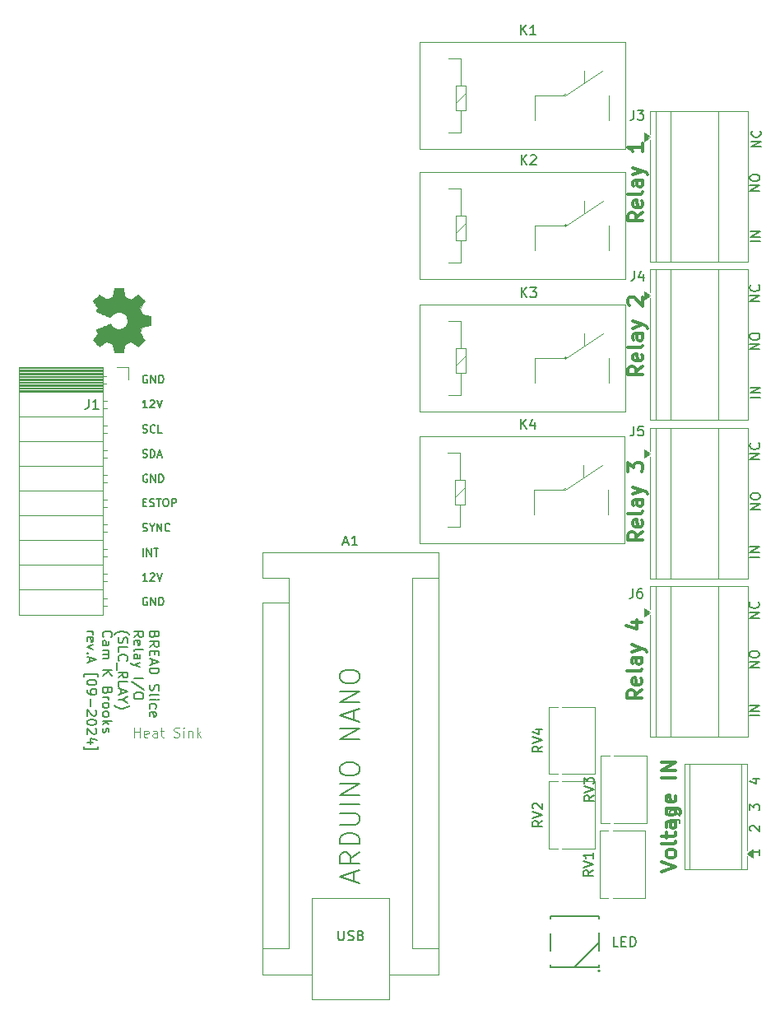
<source format=gbr>
%TF.GenerationSoftware,KiCad,Pcbnew,9.0.7*%
%TF.CreationDate,2026-02-10T14:17:09-05:00*%
%TF.ProjectId,BREAD_Slice,42524541-445f-4536-9c69-63652e6b6963,rev?*%
%TF.SameCoordinates,PX74eba40PY8552dc0*%
%TF.FileFunction,Legend,Top*%
%TF.FilePolarity,Positive*%
%FSLAX46Y46*%
G04 Gerber Fmt 4.6, Leading zero omitted, Abs format (unit mm)*
G04 Created by KiCad (PCBNEW 9.0.7) date 2026-02-10 14:17:09*
%MOMM*%
%LPD*%
G01*
G04 APERTURE LIST*
%ADD10C,0.300000*%
%ADD11C,0.150000*%
%ADD12C,0.100000*%
%ADD13C,0.120000*%
%ADD14C,0.177800*%
%ADD15C,0.200000*%
%ADD16C,0.010000*%
G04 APERTURE END LIST*
D10*
X57678328Y45792858D02*
X56964042Y45292858D01*
X57678328Y44935715D02*
X56178328Y44935715D01*
X56178328Y44935715D02*
X56178328Y45507144D01*
X56178328Y45507144D02*
X56249757Y45650001D01*
X56249757Y45650001D02*
X56321185Y45721430D01*
X56321185Y45721430D02*
X56464042Y45792858D01*
X56464042Y45792858D02*
X56678328Y45792858D01*
X56678328Y45792858D02*
X56821185Y45721430D01*
X56821185Y45721430D02*
X56892614Y45650001D01*
X56892614Y45650001D02*
X56964042Y45507144D01*
X56964042Y45507144D02*
X56964042Y44935715D01*
X57606900Y47007144D02*
X57678328Y46864287D01*
X57678328Y46864287D02*
X57678328Y46578572D01*
X57678328Y46578572D02*
X57606900Y46435715D01*
X57606900Y46435715D02*
X57464042Y46364287D01*
X57464042Y46364287D02*
X56892614Y46364287D01*
X56892614Y46364287D02*
X56749757Y46435715D01*
X56749757Y46435715D02*
X56678328Y46578572D01*
X56678328Y46578572D02*
X56678328Y46864287D01*
X56678328Y46864287D02*
X56749757Y47007144D01*
X56749757Y47007144D02*
X56892614Y47078572D01*
X56892614Y47078572D02*
X57035471Y47078572D01*
X57035471Y47078572D02*
X57178328Y46364287D01*
X57678328Y47935715D02*
X57606900Y47792858D01*
X57606900Y47792858D02*
X57464042Y47721429D01*
X57464042Y47721429D02*
X56178328Y47721429D01*
X57678328Y49150000D02*
X56892614Y49150000D01*
X56892614Y49150000D02*
X56749757Y49078572D01*
X56749757Y49078572D02*
X56678328Y48935715D01*
X56678328Y48935715D02*
X56678328Y48650000D01*
X56678328Y48650000D02*
X56749757Y48507143D01*
X57606900Y49150000D02*
X57678328Y49007143D01*
X57678328Y49007143D02*
X57678328Y48650000D01*
X57678328Y48650000D02*
X57606900Y48507143D01*
X57606900Y48507143D02*
X57464042Y48435715D01*
X57464042Y48435715D02*
X57321185Y48435715D01*
X57321185Y48435715D02*
X57178328Y48507143D01*
X57178328Y48507143D02*
X57106900Y48650000D01*
X57106900Y48650000D02*
X57106900Y49007143D01*
X57106900Y49007143D02*
X57035471Y49150000D01*
X56678328Y49721429D02*
X57678328Y50078572D01*
X56678328Y50435715D02*
X57678328Y50078572D01*
X57678328Y50078572D02*
X58035471Y49935715D01*
X58035471Y49935715D02*
X58106900Y49864286D01*
X58106900Y49864286D02*
X58178328Y49721429D01*
X56178328Y52007143D02*
X56178328Y52935715D01*
X56178328Y52935715D02*
X56749757Y52435715D01*
X56749757Y52435715D02*
X56749757Y52650000D01*
X56749757Y52650000D02*
X56821185Y52792857D01*
X56821185Y52792857D02*
X56892614Y52864286D01*
X56892614Y52864286D02*
X57035471Y52935715D01*
X57035471Y52935715D02*
X57392614Y52935715D01*
X57392614Y52935715D02*
X57535471Y52864286D01*
X57535471Y52864286D02*
X57606900Y52792857D01*
X57606900Y52792857D02*
X57678328Y52650000D01*
X57678328Y52650000D02*
X57678328Y52221429D01*
X57678328Y52221429D02*
X57606900Y52078572D01*
X57606900Y52078572D02*
X57535471Y52007143D01*
D11*
X6686666Y51677610D02*
X6610476Y51715705D01*
X6610476Y51715705D02*
X6496190Y51715705D01*
X6496190Y51715705D02*
X6381904Y51677610D01*
X6381904Y51677610D02*
X6305714Y51601420D01*
X6305714Y51601420D02*
X6267619Y51525229D01*
X6267619Y51525229D02*
X6229523Y51372848D01*
X6229523Y51372848D02*
X6229523Y51258562D01*
X6229523Y51258562D02*
X6267619Y51106181D01*
X6267619Y51106181D02*
X6305714Y51029991D01*
X6305714Y51029991D02*
X6381904Y50953800D01*
X6381904Y50953800D02*
X6496190Y50915705D01*
X6496190Y50915705D02*
X6572381Y50915705D01*
X6572381Y50915705D02*
X6686666Y50953800D01*
X6686666Y50953800D02*
X6724762Y50991896D01*
X6724762Y50991896D02*
X6724762Y51258562D01*
X6724762Y51258562D02*
X6572381Y51258562D01*
X7067619Y50915705D02*
X7067619Y51715705D01*
X7067619Y51715705D02*
X7524762Y50915705D01*
X7524762Y50915705D02*
X7524762Y51715705D01*
X7905714Y50915705D02*
X7905714Y51715705D01*
X7905714Y51715705D02*
X8096190Y51715705D01*
X8096190Y51715705D02*
X8210476Y51677610D01*
X8210476Y51677610D02*
X8286666Y51601420D01*
X8286666Y51601420D02*
X8324761Y51525229D01*
X8324761Y51525229D02*
X8362857Y51372848D01*
X8362857Y51372848D02*
X8362857Y51258562D01*
X8362857Y51258562D02*
X8324761Y51106181D01*
X8324761Y51106181D02*
X8286666Y51029991D01*
X8286666Y51029991D02*
X8210476Y50953800D01*
X8210476Y50953800D02*
X8096190Y50915705D01*
X8096190Y50915705D02*
X7905714Y50915705D01*
X69704819Y69564287D02*
X68704819Y69564287D01*
X68704819Y69564287D02*
X69704819Y70135715D01*
X69704819Y70135715D02*
X68704819Y70135715D01*
X69609580Y71183334D02*
X69657200Y71135715D01*
X69657200Y71135715D02*
X69704819Y70992858D01*
X69704819Y70992858D02*
X69704819Y70897620D01*
X69704819Y70897620D02*
X69657200Y70754763D01*
X69657200Y70754763D02*
X69561961Y70659525D01*
X69561961Y70659525D02*
X69466723Y70611906D01*
X69466723Y70611906D02*
X69276247Y70564287D01*
X69276247Y70564287D02*
X69133390Y70564287D01*
X69133390Y70564287D02*
X68942914Y70611906D01*
X68942914Y70611906D02*
X68847676Y70659525D01*
X68847676Y70659525D02*
X68752438Y70754763D01*
X68752438Y70754763D02*
X68704819Y70897620D01*
X68704819Y70897620D02*
X68704819Y70992858D01*
X68704819Y70992858D02*
X68752438Y71135715D01*
X68752438Y71135715D02*
X68800057Y71183334D01*
X69704819Y13135715D02*
X69704819Y12564287D01*
X69704819Y12850001D02*
X68704819Y12850001D01*
X68704819Y12850001D02*
X68847676Y12754763D01*
X68847676Y12754763D02*
X68942914Y12659525D01*
X68942914Y12659525D02*
X68990533Y12564287D01*
X68704819Y17166668D02*
X68704819Y17785715D01*
X68704819Y17785715D02*
X69085771Y17452382D01*
X69085771Y17452382D02*
X69085771Y17595239D01*
X69085771Y17595239D02*
X69133390Y17690477D01*
X69133390Y17690477D02*
X69181009Y17738096D01*
X69181009Y17738096D02*
X69276247Y17785715D01*
X69276247Y17785715D02*
X69514342Y17785715D01*
X69514342Y17785715D02*
X69609580Y17738096D01*
X69609580Y17738096D02*
X69657200Y17690477D01*
X69657200Y17690477D02*
X69704819Y17595239D01*
X69704819Y17595239D02*
X69704819Y17309525D01*
X69704819Y17309525D02*
X69657200Y17214287D01*
X69657200Y17214287D02*
X69609580Y17166668D01*
X69654819Y26926192D02*
X68654819Y26926192D01*
X69654819Y27402382D02*
X68654819Y27402382D01*
X68654819Y27402382D02*
X69654819Y27973810D01*
X69654819Y27973810D02*
X68654819Y27973810D01*
X55157142Y3145181D02*
X54680952Y3145181D01*
X54680952Y3145181D02*
X54680952Y4145181D01*
X55490476Y3668991D02*
X55823809Y3668991D01*
X55966666Y3145181D02*
X55490476Y3145181D01*
X55490476Y3145181D02*
X55490476Y4145181D01*
X55490476Y4145181D02*
X55966666Y4145181D01*
X56395238Y3145181D02*
X56395238Y4145181D01*
X56395238Y4145181D02*
X56633333Y4145181D01*
X56633333Y4145181D02*
X56776190Y4097562D01*
X56776190Y4097562D02*
X56871428Y4002324D01*
X56871428Y4002324D02*
X56919047Y3907086D01*
X56919047Y3907086D02*
X56966666Y3716610D01*
X56966666Y3716610D02*
X56966666Y3573753D01*
X56966666Y3573753D02*
X56919047Y3383277D01*
X56919047Y3383277D02*
X56871428Y3288039D01*
X56871428Y3288039D02*
X56776190Y3192800D01*
X56776190Y3192800D02*
X56633333Y3145181D01*
X56633333Y3145181D02*
X56395238Y3145181D01*
D10*
X57678328Y62842858D02*
X56964042Y62342858D01*
X57678328Y61985715D02*
X56178328Y61985715D01*
X56178328Y61985715D02*
X56178328Y62557144D01*
X56178328Y62557144D02*
X56249757Y62700001D01*
X56249757Y62700001D02*
X56321185Y62771430D01*
X56321185Y62771430D02*
X56464042Y62842858D01*
X56464042Y62842858D02*
X56678328Y62842858D01*
X56678328Y62842858D02*
X56821185Y62771430D01*
X56821185Y62771430D02*
X56892614Y62700001D01*
X56892614Y62700001D02*
X56964042Y62557144D01*
X56964042Y62557144D02*
X56964042Y61985715D01*
X57606900Y64057144D02*
X57678328Y63914287D01*
X57678328Y63914287D02*
X57678328Y63628572D01*
X57678328Y63628572D02*
X57606900Y63485715D01*
X57606900Y63485715D02*
X57464042Y63414287D01*
X57464042Y63414287D02*
X56892614Y63414287D01*
X56892614Y63414287D02*
X56749757Y63485715D01*
X56749757Y63485715D02*
X56678328Y63628572D01*
X56678328Y63628572D02*
X56678328Y63914287D01*
X56678328Y63914287D02*
X56749757Y64057144D01*
X56749757Y64057144D02*
X56892614Y64128572D01*
X56892614Y64128572D02*
X57035471Y64128572D01*
X57035471Y64128572D02*
X57178328Y63414287D01*
X57678328Y64985715D02*
X57606900Y64842858D01*
X57606900Y64842858D02*
X57464042Y64771429D01*
X57464042Y64771429D02*
X56178328Y64771429D01*
X57678328Y66200000D02*
X56892614Y66200000D01*
X56892614Y66200000D02*
X56749757Y66128572D01*
X56749757Y66128572D02*
X56678328Y65985715D01*
X56678328Y65985715D02*
X56678328Y65700000D01*
X56678328Y65700000D02*
X56749757Y65557143D01*
X57606900Y66200000D02*
X57678328Y66057143D01*
X57678328Y66057143D02*
X57678328Y65700000D01*
X57678328Y65700000D02*
X57606900Y65557143D01*
X57606900Y65557143D02*
X57464042Y65485715D01*
X57464042Y65485715D02*
X57321185Y65485715D01*
X57321185Y65485715D02*
X57178328Y65557143D01*
X57178328Y65557143D02*
X57106900Y65700000D01*
X57106900Y65700000D02*
X57106900Y66057143D01*
X57106900Y66057143D02*
X57035471Y66200000D01*
X56678328Y66771429D02*
X57678328Y67128572D01*
X56678328Y67485715D02*
X57678328Y67128572D01*
X57678328Y67128572D02*
X58035471Y66985715D01*
X58035471Y66985715D02*
X58106900Y66914286D01*
X58106900Y66914286D02*
X58178328Y66771429D01*
X56321185Y69128572D02*
X56249757Y69200000D01*
X56249757Y69200000D02*
X56178328Y69342857D01*
X56178328Y69342857D02*
X56178328Y69700000D01*
X56178328Y69700000D02*
X56249757Y69842857D01*
X56249757Y69842857D02*
X56321185Y69914286D01*
X56321185Y69914286D02*
X56464042Y69985715D01*
X56464042Y69985715D02*
X56606900Y69985715D01*
X56606900Y69985715D02*
X56821185Y69914286D01*
X56821185Y69914286D02*
X57678328Y69057143D01*
X57678328Y69057143D02*
X57678328Y69985715D01*
D11*
X69754819Y48140477D02*
X68754819Y48140477D01*
X68754819Y48140477D02*
X69754819Y48711905D01*
X69754819Y48711905D02*
X68754819Y48711905D01*
X68754819Y49378572D02*
X68754819Y49569048D01*
X68754819Y49569048D02*
X68802438Y49664286D01*
X68802438Y49664286D02*
X68897676Y49759524D01*
X68897676Y49759524D02*
X69088152Y49807143D01*
X69088152Y49807143D02*
X69421485Y49807143D01*
X69421485Y49807143D02*
X69611961Y49759524D01*
X69611961Y49759524D02*
X69707200Y49664286D01*
X69707200Y49664286D02*
X69754819Y49569048D01*
X69754819Y49569048D02*
X69754819Y49378572D01*
X69754819Y49378572D02*
X69707200Y49283334D01*
X69707200Y49283334D02*
X69611961Y49188096D01*
X69611961Y49188096D02*
X69421485Y49140477D01*
X69421485Y49140477D02*
X69088152Y49140477D01*
X69088152Y49140477D02*
X68897676Y49188096D01*
X68897676Y49188096D02*
X68802438Y49283334D01*
X68802438Y49283334D02*
X68754819Y49378572D01*
X6686666Y40765705D02*
X6229523Y40765705D01*
X6458095Y40765705D02*
X6458095Y41565705D01*
X6458095Y41565705D02*
X6381904Y41451420D01*
X6381904Y41451420D02*
X6305714Y41375229D01*
X6305714Y41375229D02*
X6229523Y41337134D01*
X6991428Y41489515D02*
X7029524Y41527610D01*
X7029524Y41527610D02*
X7105714Y41565705D01*
X7105714Y41565705D02*
X7296190Y41565705D01*
X7296190Y41565705D02*
X7372381Y41527610D01*
X7372381Y41527610D02*
X7410476Y41489515D01*
X7410476Y41489515D02*
X7448571Y41413324D01*
X7448571Y41413324D02*
X7448571Y41337134D01*
X7448571Y41337134D02*
X7410476Y41222848D01*
X7410476Y41222848D02*
X6953333Y40765705D01*
X6953333Y40765705D02*
X7448571Y40765705D01*
X7677143Y41565705D02*
X7943810Y40765705D01*
X7943810Y40765705D02*
X8210476Y41565705D01*
X69038152Y20390477D02*
X69704819Y20390477D01*
X68657200Y20152382D02*
X69371485Y19914287D01*
X69371485Y19914287D02*
X69371485Y20533334D01*
X6229523Y45903800D02*
X6343809Y45865705D01*
X6343809Y45865705D02*
X6534285Y45865705D01*
X6534285Y45865705D02*
X6610476Y45903800D01*
X6610476Y45903800D02*
X6648571Y45941896D01*
X6648571Y45941896D02*
X6686666Y46018086D01*
X6686666Y46018086D02*
X6686666Y46094277D01*
X6686666Y46094277D02*
X6648571Y46170467D01*
X6648571Y46170467D02*
X6610476Y46208562D01*
X6610476Y46208562D02*
X6534285Y46246658D01*
X6534285Y46246658D02*
X6381904Y46284753D01*
X6381904Y46284753D02*
X6305714Y46322848D01*
X6305714Y46322848D02*
X6267619Y46360943D01*
X6267619Y46360943D02*
X6229523Y46437134D01*
X6229523Y46437134D02*
X6229523Y46513324D01*
X6229523Y46513324D02*
X6267619Y46589515D01*
X6267619Y46589515D02*
X6305714Y46627610D01*
X6305714Y46627610D02*
X6381904Y46665705D01*
X6381904Y46665705D02*
X6572381Y46665705D01*
X6572381Y46665705D02*
X6686666Y46627610D01*
X7181905Y46246658D02*
X7181905Y45865705D01*
X6915238Y46665705D02*
X7181905Y46246658D01*
X7181905Y46246658D02*
X7448571Y46665705D01*
X7715238Y45865705D02*
X7715238Y46665705D01*
X7715238Y46665705D02*
X8172381Y45865705D01*
X8172381Y45865705D02*
X8172381Y46665705D01*
X9010476Y45941896D02*
X8972380Y45903800D01*
X8972380Y45903800D02*
X8858095Y45865705D01*
X8858095Y45865705D02*
X8781904Y45865705D01*
X8781904Y45865705D02*
X8667618Y45903800D01*
X8667618Y45903800D02*
X8591428Y45979991D01*
X8591428Y45979991D02*
X8553333Y46056181D01*
X8553333Y46056181D02*
X8515237Y46208562D01*
X8515237Y46208562D02*
X8515237Y46322848D01*
X8515237Y46322848D02*
X8553333Y46475229D01*
X8553333Y46475229D02*
X8591428Y46551420D01*
X8591428Y46551420D02*
X8667618Y46627610D01*
X8667618Y46627610D02*
X8781904Y46665705D01*
X8781904Y46665705D02*
X8858095Y46665705D01*
X8858095Y46665705D02*
X8972380Y46627610D01*
X8972380Y46627610D02*
X9010476Y46589515D01*
X6686666Y39027610D02*
X6610476Y39065705D01*
X6610476Y39065705D02*
X6496190Y39065705D01*
X6496190Y39065705D02*
X6381904Y39027610D01*
X6381904Y39027610D02*
X6305714Y38951420D01*
X6305714Y38951420D02*
X6267619Y38875229D01*
X6267619Y38875229D02*
X6229523Y38722848D01*
X6229523Y38722848D02*
X6229523Y38608562D01*
X6229523Y38608562D02*
X6267619Y38456181D01*
X6267619Y38456181D02*
X6305714Y38379991D01*
X6305714Y38379991D02*
X6381904Y38303800D01*
X6381904Y38303800D02*
X6496190Y38265705D01*
X6496190Y38265705D02*
X6572381Y38265705D01*
X6572381Y38265705D02*
X6686666Y38303800D01*
X6686666Y38303800D02*
X6724762Y38341896D01*
X6724762Y38341896D02*
X6724762Y38608562D01*
X6724762Y38608562D02*
X6572381Y38608562D01*
X7067619Y38265705D02*
X7067619Y39065705D01*
X7067619Y39065705D02*
X7524762Y38265705D01*
X7524762Y38265705D02*
X7524762Y39065705D01*
X7905714Y38265705D02*
X7905714Y39065705D01*
X7905714Y39065705D02*
X8096190Y39065705D01*
X8096190Y39065705D02*
X8210476Y39027610D01*
X8210476Y39027610D02*
X8286666Y38951420D01*
X8286666Y38951420D02*
X8324761Y38875229D01*
X8324761Y38875229D02*
X8362857Y38722848D01*
X8362857Y38722848D02*
X8362857Y38608562D01*
X8362857Y38608562D02*
X8324761Y38456181D01*
X8324761Y38456181D02*
X8286666Y38379991D01*
X8286666Y38379991D02*
X8210476Y38303800D01*
X8210476Y38303800D02*
X8096190Y38265705D01*
X8096190Y38265705D02*
X7905714Y38265705D01*
X7438878Y35229888D02*
X7391259Y35087031D01*
X7391259Y35087031D02*
X7343640Y35039412D01*
X7343640Y35039412D02*
X7248402Y34991793D01*
X7248402Y34991793D02*
X7105545Y34991793D01*
X7105545Y34991793D02*
X7010307Y35039412D01*
X7010307Y35039412D02*
X6962688Y35087031D01*
X6962688Y35087031D02*
X6915068Y35182269D01*
X6915068Y35182269D02*
X6915068Y35563221D01*
X6915068Y35563221D02*
X7915068Y35563221D01*
X7915068Y35563221D02*
X7915068Y35229888D01*
X7915068Y35229888D02*
X7867449Y35134650D01*
X7867449Y35134650D02*
X7819830Y35087031D01*
X7819830Y35087031D02*
X7724592Y35039412D01*
X7724592Y35039412D02*
X7629354Y35039412D01*
X7629354Y35039412D02*
X7534116Y35087031D01*
X7534116Y35087031D02*
X7486497Y35134650D01*
X7486497Y35134650D02*
X7438878Y35229888D01*
X7438878Y35229888D02*
X7438878Y35563221D01*
X6915068Y33991793D02*
X7391259Y34325126D01*
X6915068Y34563221D02*
X7915068Y34563221D01*
X7915068Y34563221D02*
X7915068Y34182269D01*
X7915068Y34182269D02*
X7867449Y34087031D01*
X7867449Y34087031D02*
X7819830Y34039412D01*
X7819830Y34039412D02*
X7724592Y33991793D01*
X7724592Y33991793D02*
X7581735Y33991793D01*
X7581735Y33991793D02*
X7486497Y34039412D01*
X7486497Y34039412D02*
X7438878Y34087031D01*
X7438878Y34087031D02*
X7391259Y34182269D01*
X7391259Y34182269D02*
X7391259Y34563221D01*
X7438878Y33563221D02*
X7438878Y33229888D01*
X6915068Y33087031D02*
X6915068Y33563221D01*
X6915068Y33563221D02*
X7915068Y33563221D01*
X7915068Y33563221D02*
X7915068Y33087031D01*
X7200783Y32706078D02*
X7200783Y32229888D01*
X6915068Y32801316D02*
X7915068Y32467983D01*
X7915068Y32467983D02*
X6915068Y32134650D01*
X6915068Y31801316D02*
X7915068Y31801316D01*
X7915068Y31801316D02*
X7915068Y31563221D01*
X7915068Y31563221D02*
X7867449Y31420364D01*
X7867449Y31420364D02*
X7772211Y31325126D01*
X7772211Y31325126D02*
X7676973Y31277507D01*
X7676973Y31277507D02*
X7486497Y31229888D01*
X7486497Y31229888D02*
X7343640Y31229888D01*
X7343640Y31229888D02*
X7153164Y31277507D01*
X7153164Y31277507D02*
X7057926Y31325126D01*
X7057926Y31325126D02*
X6962688Y31420364D01*
X6962688Y31420364D02*
X6915068Y31563221D01*
X6915068Y31563221D02*
X6915068Y31801316D01*
X6962688Y30087030D02*
X6915068Y29944173D01*
X6915068Y29944173D02*
X6915068Y29706078D01*
X6915068Y29706078D02*
X6962688Y29610840D01*
X6962688Y29610840D02*
X7010307Y29563221D01*
X7010307Y29563221D02*
X7105545Y29515602D01*
X7105545Y29515602D02*
X7200783Y29515602D01*
X7200783Y29515602D02*
X7296021Y29563221D01*
X7296021Y29563221D02*
X7343640Y29610840D01*
X7343640Y29610840D02*
X7391259Y29706078D01*
X7391259Y29706078D02*
X7438878Y29896554D01*
X7438878Y29896554D02*
X7486497Y29991792D01*
X7486497Y29991792D02*
X7534116Y30039411D01*
X7534116Y30039411D02*
X7629354Y30087030D01*
X7629354Y30087030D02*
X7724592Y30087030D01*
X7724592Y30087030D02*
X7819830Y30039411D01*
X7819830Y30039411D02*
X7867449Y29991792D01*
X7867449Y29991792D02*
X7915068Y29896554D01*
X7915068Y29896554D02*
X7915068Y29658459D01*
X7915068Y29658459D02*
X7867449Y29515602D01*
X6915068Y28944173D02*
X6962688Y29039411D01*
X6962688Y29039411D02*
X7057926Y29087030D01*
X7057926Y29087030D02*
X7915068Y29087030D01*
X6915068Y28563220D02*
X7581735Y28563220D01*
X7915068Y28563220D02*
X7867449Y28610839D01*
X7867449Y28610839D02*
X7819830Y28563220D01*
X7819830Y28563220D02*
X7867449Y28515601D01*
X7867449Y28515601D02*
X7915068Y28563220D01*
X7915068Y28563220D02*
X7819830Y28563220D01*
X6962688Y27658459D02*
X6915068Y27753697D01*
X6915068Y27753697D02*
X6915068Y27944173D01*
X6915068Y27944173D02*
X6962688Y28039411D01*
X6962688Y28039411D02*
X7010307Y28087030D01*
X7010307Y28087030D02*
X7105545Y28134649D01*
X7105545Y28134649D02*
X7391259Y28134649D01*
X7391259Y28134649D02*
X7486497Y28087030D01*
X7486497Y28087030D02*
X7534116Y28039411D01*
X7534116Y28039411D02*
X7581735Y27944173D01*
X7581735Y27944173D02*
X7581735Y27753697D01*
X7581735Y27753697D02*
X7534116Y27658459D01*
X6962688Y26848935D02*
X6915068Y26944173D01*
X6915068Y26944173D02*
X6915068Y27134649D01*
X6915068Y27134649D02*
X6962688Y27229887D01*
X6962688Y27229887D02*
X7057926Y27277506D01*
X7057926Y27277506D02*
X7438878Y27277506D01*
X7438878Y27277506D02*
X7534116Y27229887D01*
X7534116Y27229887D02*
X7581735Y27134649D01*
X7581735Y27134649D02*
X7581735Y26944173D01*
X7581735Y26944173D02*
X7534116Y26848935D01*
X7534116Y26848935D02*
X7438878Y26801316D01*
X7438878Y26801316D02*
X7343640Y26801316D01*
X7343640Y26801316D02*
X7248402Y27277506D01*
X5305124Y34991793D02*
X5781315Y35325126D01*
X5305124Y35563221D02*
X6305124Y35563221D01*
X6305124Y35563221D02*
X6305124Y35182269D01*
X6305124Y35182269D02*
X6257505Y35087031D01*
X6257505Y35087031D02*
X6209886Y35039412D01*
X6209886Y35039412D02*
X6114648Y34991793D01*
X6114648Y34991793D02*
X5971791Y34991793D01*
X5971791Y34991793D02*
X5876553Y35039412D01*
X5876553Y35039412D02*
X5828934Y35087031D01*
X5828934Y35087031D02*
X5781315Y35182269D01*
X5781315Y35182269D02*
X5781315Y35563221D01*
X5352744Y34182269D02*
X5305124Y34277507D01*
X5305124Y34277507D02*
X5305124Y34467983D01*
X5305124Y34467983D02*
X5352744Y34563221D01*
X5352744Y34563221D02*
X5447982Y34610840D01*
X5447982Y34610840D02*
X5828934Y34610840D01*
X5828934Y34610840D02*
X5924172Y34563221D01*
X5924172Y34563221D02*
X5971791Y34467983D01*
X5971791Y34467983D02*
X5971791Y34277507D01*
X5971791Y34277507D02*
X5924172Y34182269D01*
X5924172Y34182269D02*
X5828934Y34134650D01*
X5828934Y34134650D02*
X5733696Y34134650D01*
X5733696Y34134650D02*
X5638458Y34610840D01*
X5305124Y33563221D02*
X5352744Y33658459D01*
X5352744Y33658459D02*
X5447982Y33706078D01*
X5447982Y33706078D02*
X6305124Y33706078D01*
X5305124Y32753697D02*
X5828934Y32753697D01*
X5828934Y32753697D02*
X5924172Y32801316D01*
X5924172Y32801316D02*
X5971791Y32896554D01*
X5971791Y32896554D02*
X5971791Y33087030D01*
X5971791Y33087030D02*
X5924172Y33182268D01*
X5352744Y32753697D02*
X5305124Y32848935D01*
X5305124Y32848935D02*
X5305124Y33087030D01*
X5305124Y33087030D02*
X5352744Y33182268D01*
X5352744Y33182268D02*
X5447982Y33229887D01*
X5447982Y33229887D02*
X5543220Y33229887D01*
X5543220Y33229887D02*
X5638458Y33182268D01*
X5638458Y33182268D02*
X5686077Y33087030D01*
X5686077Y33087030D02*
X5686077Y32848935D01*
X5686077Y32848935D02*
X5733696Y32753697D01*
X5971791Y32372744D02*
X5305124Y32134649D01*
X5971791Y31896554D02*
X5305124Y32134649D01*
X5305124Y32134649D02*
X5067029Y32229887D01*
X5067029Y32229887D02*
X5019410Y32277506D01*
X5019410Y32277506D02*
X4971791Y32372744D01*
X5305124Y30753696D02*
X6305124Y30753696D01*
X6352744Y29563221D02*
X5067029Y30420363D01*
X6305124Y29039411D02*
X6305124Y28848935D01*
X6305124Y28848935D02*
X6257505Y28753697D01*
X6257505Y28753697D02*
X6162267Y28658459D01*
X6162267Y28658459D02*
X5971791Y28610840D01*
X5971791Y28610840D02*
X5638458Y28610840D01*
X5638458Y28610840D02*
X5447982Y28658459D01*
X5447982Y28658459D02*
X5352744Y28753697D01*
X5352744Y28753697D02*
X5305124Y28848935D01*
X5305124Y28848935D02*
X5305124Y29039411D01*
X5305124Y29039411D02*
X5352744Y29134649D01*
X5352744Y29134649D02*
X5447982Y29229887D01*
X5447982Y29229887D02*
X5638458Y29277506D01*
X5638458Y29277506D02*
X5971791Y29277506D01*
X5971791Y29277506D02*
X6162267Y29229887D01*
X6162267Y29229887D02*
X6257505Y29134649D01*
X6257505Y29134649D02*
X6305124Y29039411D01*
X3314228Y35277507D02*
X3361847Y35325126D01*
X3361847Y35325126D02*
X3504704Y35420364D01*
X3504704Y35420364D02*
X3599942Y35467983D01*
X3599942Y35467983D02*
X3742800Y35515602D01*
X3742800Y35515602D02*
X3980895Y35563221D01*
X3980895Y35563221D02*
X4171371Y35563221D01*
X4171371Y35563221D02*
X4409466Y35515602D01*
X4409466Y35515602D02*
X4552323Y35467983D01*
X4552323Y35467983D02*
X4647561Y35420364D01*
X4647561Y35420364D02*
X4790419Y35325126D01*
X4790419Y35325126D02*
X4838038Y35277507D01*
X3742800Y34944173D02*
X3695180Y34801316D01*
X3695180Y34801316D02*
X3695180Y34563221D01*
X3695180Y34563221D02*
X3742800Y34467983D01*
X3742800Y34467983D02*
X3790419Y34420364D01*
X3790419Y34420364D02*
X3885657Y34372745D01*
X3885657Y34372745D02*
X3980895Y34372745D01*
X3980895Y34372745D02*
X4076133Y34420364D01*
X4076133Y34420364D02*
X4123752Y34467983D01*
X4123752Y34467983D02*
X4171371Y34563221D01*
X4171371Y34563221D02*
X4218990Y34753697D01*
X4218990Y34753697D02*
X4266609Y34848935D01*
X4266609Y34848935D02*
X4314228Y34896554D01*
X4314228Y34896554D02*
X4409466Y34944173D01*
X4409466Y34944173D02*
X4504704Y34944173D01*
X4504704Y34944173D02*
X4599942Y34896554D01*
X4599942Y34896554D02*
X4647561Y34848935D01*
X4647561Y34848935D02*
X4695180Y34753697D01*
X4695180Y34753697D02*
X4695180Y34515602D01*
X4695180Y34515602D02*
X4647561Y34372745D01*
X3695180Y33467983D02*
X3695180Y33944173D01*
X3695180Y33944173D02*
X4695180Y33944173D01*
X3790419Y32563221D02*
X3742800Y32610840D01*
X3742800Y32610840D02*
X3695180Y32753697D01*
X3695180Y32753697D02*
X3695180Y32848935D01*
X3695180Y32848935D02*
X3742800Y32991792D01*
X3742800Y32991792D02*
X3838038Y33087030D01*
X3838038Y33087030D02*
X3933276Y33134649D01*
X3933276Y33134649D02*
X4123752Y33182268D01*
X4123752Y33182268D02*
X4266609Y33182268D01*
X4266609Y33182268D02*
X4457085Y33134649D01*
X4457085Y33134649D02*
X4552323Y33087030D01*
X4552323Y33087030D02*
X4647561Y32991792D01*
X4647561Y32991792D02*
X4695180Y32848935D01*
X4695180Y32848935D02*
X4695180Y32753697D01*
X4695180Y32753697D02*
X4647561Y32610840D01*
X4647561Y32610840D02*
X4599942Y32563221D01*
X3599942Y32372744D02*
X3599942Y31610840D01*
X3695180Y30801316D02*
X4171371Y31134649D01*
X3695180Y31372744D02*
X4695180Y31372744D01*
X4695180Y31372744D02*
X4695180Y30991792D01*
X4695180Y30991792D02*
X4647561Y30896554D01*
X4647561Y30896554D02*
X4599942Y30848935D01*
X4599942Y30848935D02*
X4504704Y30801316D01*
X4504704Y30801316D02*
X4361847Y30801316D01*
X4361847Y30801316D02*
X4266609Y30848935D01*
X4266609Y30848935D02*
X4218990Y30896554D01*
X4218990Y30896554D02*
X4171371Y30991792D01*
X4171371Y30991792D02*
X4171371Y31372744D01*
X3695180Y29896554D02*
X3695180Y30372744D01*
X3695180Y30372744D02*
X4695180Y30372744D01*
X3980895Y29610839D02*
X3980895Y29134649D01*
X3695180Y29706077D02*
X4695180Y29372744D01*
X4695180Y29372744D02*
X3695180Y29039411D01*
X4171371Y28515601D02*
X3695180Y28515601D01*
X4695180Y28848934D02*
X4171371Y28515601D01*
X4171371Y28515601D02*
X4695180Y28182268D01*
X3314228Y27944172D02*
X3361847Y27896553D01*
X3361847Y27896553D02*
X3504704Y27801315D01*
X3504704Y27801315D02*
X3599942Y27753696D01*
X3599942Y27753696D02*
X3742800Y27706077D01*
X3742800Y27706077D02*
X3980895Y27658458D01*
X3980895Y27658458D02*
X4171371Y27658458D01*
X4171371Y27658458D02*
X4409466Y27706077D01*
X4409466Y27706077D02*
X4552323Y27753696D01*
X4552323Y27753696D02*
X4647561Y27801315D01*
X4647561Y27801315D02*
X4790419Y27896553D01*
X4790419Y27896553D02*
X4838038Y27944172D01*
X2180475Y34991793D02*
X2132856Y35039412D01*
X2132856Y35039412D02*
X2085236Y35182269D01*
X2085236Y35182269D02*
X2085236Y35277507D01*
X2085236Y35277507D02*
X2132856Y35420364D01*
X2132856Y35420364D02*
X2228094Y35515602D01*
X2228094Y35515602D02*
X2323332Y35563221D01*
X2323332Y35563221D02*
X2513808Y35610840D01*
X2513808Y35610840D02*
X2656665Y35610840D01*
X2656665Y35610840D02*
X2847141Y35563221D01*
X2847141Y35563221D02*
X2942379Y35515602D01*
X2942379Y35515602D02*
X3037617Y35420364D01*
X3037617Y35420364D02*
X3085236Y35277507D01*
X3085236Y35277507D02*
X3085236Y35182269D01*
X3085236Y35182269D02*
X3037617Y35039412D01*
X3037617Y35039412D02*
X2989998Y34991793D01*
X2085236Y34134650D02*
X2609046Y34134650D01*
X2609046Y34134650D02*
X2704284Y34182269D01*
X2704284Y34182269D02*
X2751903Y34277507D01*
X2751903Y34277507D02*
X2751903Y34467983D01*
X2751903Y34467983D02*
X2704284Y34563221D01*
X2132856Y34134650D02*
X2085236Y34229888D01*
X2085236Y34229888D02*
X2085236Y34467983D01*
X2085236Y34467983D02*
X2132856Y34563221D01*
X2132856Y34563221D02*
X2228094Y34610840D01*
X2228094Y34610840D02*
X2323332Y34610840D01*
X2323332Y34610840D02*
X2418570Y34563221D01*
X2418570Y34563221D02*
X2466189Y34467983D01*
X2466189Y34467983D02*
X2466189Y34229888D01*
X2466189Y34229888D02*
X2513808Y34134650D01*
X2085236Y33658459D02*
X2751903Y33658459D01*
X2656665Y33658459D02*
X2704284Y33610840D01*
X2704284Y33610840D02*
X2751903Y33515602D01*
X2751903Y33515602D02*
X2751903Y33372745D01*
X2751903Y33372745D02*
X2704284Y33277507D01*
X2704284Y33277507D02*
X2609046Y33229888D01*
X2609046Y33229888D02*
X2085236Y33229888D01*
X2609046Y33229888D02*
X2704284Y33182269D01*
X2704284Y33182269D02*
X2751903Y33087031D01*
X2751903Y33087031D02*
X2751903Y32944174D01*
X2751903Y32944174D02*
X2704284Y32848935D01*
X2704284Y32848935D02*
X2609046Y32801316D01*
X2609046Y32801316D02*
X2085236Y32801316D01*
X2085236Y31563221D02*
X3085236Y31563221D01*
X2085236Y30991793D02*
X2656665Y31420364D01*
X3085236Y30991793D02*
X2513808Y31563221D01*
X2609046Y29467983D02*
X2561427Y29325126D01*
X2561427Y29325126D02*
X2513808Y29277507D01*
X2513808Y29277507D02*
X2418570Y29229888D01*
X2418570Y29229888D02*
X2275713Y29229888D01*
X2275713Y29229888D02*
X2180475Y29277507D01*
X2180475Y29277507D02*
X2132856Y29325126D01*
X2132856Y29325126D02*
X2085236Y29420364D01*
X2085236Y29420364D02*
X2085236Y29801316D01*
X2085236Y29801316D02*
X3085236Y29801316D01*
X3085236Y29801316D02*
X3085236Y29467983D01*
X3085236Y29467983D02*
X3037617Y29372745D01*
X3037617Y29372745D02*
X2989998Y29325126D01*
X2989998Y29325126D02*
X2894760Y29277507D01*
X2894760Y29277507D02*
X2799522Y29277507D01*
X2799522Y29277507D02*
X2704284Y29325126D01*
X2704284Y29325126D02*
X2656665Y29372745D01*
X2656665Y29372745D02*
X2609046Y29467983D01*
X2609046Y29467983D02*
X2609046Y29801316D01*
X2085236Y28801316D02*
X2751903Y28801316D01*
X2561427Y28801316D02*
X2656665Y28753697D01*
X2656665Y28753697D02*
X2704284Y28706078D01*
X2704284Y28706078D02*
X2751903Y28610840D01*
X2751903Y28610840D02*
X2751903Y28515602D01*
X2085236Y28039411D02*
X2132856Y28134649D01*
X2132856Y28134649D02*
X2180475Y28182268D01*
X2180475Y28182268D02*
X2275713Y28229887D01*
X2275713Y28229887D02*
X2561427Y28229887D01*
X2561427Y28229887D02*
X2656665Y28182268D01*
X2656665Y28182268D02*
X2704284Y28134649D01*
X2704284Y28134649D02*
X2751903Y28039411D01*
X2751903Y28039411D02*
X2751903Y27896554D01*
X2751903Y27896554D02*
X2704284Y27801316D01*
X2704284Y27801316D02*
X2656665Y27753697D01*
X2656665Y27753697D02*
X2561427Y27706078D01*
X2561427Y27706078D02*
X2275713Y27706078D01*
X2275713Y27706078D02*
X2180475Y27753697D01*
X2180475Y27753697D02*
X2132856Y27801316D01*
X2132856Y27801316D02*
X2085236Y27896554D01*
X2085236Y27896554D02*
X2085236Y28039411D01*
X2085236Y27134649D02*
X2132856Y27229887D01*
X2132856Y27229887D02*
X2180475Y27277506D01*
X2180475Y27277506D02*
X2275713Y27325125D01*
X2275713Y27325125D02*
X2561427Y27325125D01*
X2561427Y27325125D02*
X2656665Y27277506D01*
X2656665Y27277506D02*
X2704284Y27229887D01*
X2704284Y27229887D02*
X2751903Y27134649D01*
X2751903Y27134649D02*
X2751903Y26991792D01*
X2751903Y26991792D02*
X2704284Y26896554D01*
X2704284Y26896554D02*
X2656665Y26848935D01*
X2656665Y26848935D02*
X2561427Y26801316D01*
X2561427Y26801316D02*
X2275713Y26801316D01*
X2275713Y26801316D02*
X2180475Y26848935D01*
X2180475Y26848935D02*
X2132856Y26896554D01*
X2132856Y26896554D02*
X2085236Y26991792D01*
X2085236Y26991792D02*
X2085236Y27134649D01*
X2085236Y26372744D02*
X3085236Y26372744D01*
X2466189Y26277506D02*
X2085236Y25991792D01*
X2751903Y25991792D02*
X2370951Y26372744D01*
X2132856Y25610839D02*
X2085236Y25515601D01*
X2085236Y25515601D02*
X2085236Y25325125D01*
X2085236Y25325125D02*
X2132856Y25229887D01*
X2132856Y25229887D02*
X2228094Y25182268D01*
X2228094Y25182268D02*
X2275713Y25182268D01*
X2275713Y25182268D02*
X2370951Y25229887D01*
X2370951Y25229887D02*
X2418570Y25325125D01*
X2418570Y25325125D02*
X2418570Y25467982D01*
X2418570Y25467982D02*
X2466189Y25563220D01*
X2466189Y25563220D02*
X2561427Y25610839D01*
X2561427Y25610839D02*
X2609046Y25610839D01*
X2609046Y25610839D02*
X2704284Y25563220D01*
X2704284Y25563220D02*
X2751903Y25467982D01*
X2751903Y25467982D02*
X2751903Y25325125D01*
X2751903Y25325125D02*
X2704284Y25229887D01*
X475292Y35563221D02*
X1141959Y35563221D01*
X951483Y35563221D02*
X1046721Y35515602D01*
X1046721Y35515602D02*
X1094340Y35467983D01*
X1094340Y35467983D02*
X1141959Y35372745D01*
X1141959Y35372745D02*
X1141959Y35277507D01*
X522912Y34563221D02*
X475292Y34658459D01*
X475292Y34658459D02*
X475292Y34848935D01*
X475292Y34848935D02*
X522912Y34944173D01*
X522912Y34944173D02*
X618150Y34991792D01*
X618150Y34991792D02*
X999102Y34991792D01*
X999102Y34991792D02*
X1094340Y34944173D01*
X1094340Y34944173D02*
X1141959Y34848935D01*
X1141959Y34848935D02*
X1141959Y34658459D01*
X1141959Y34658459D02*
X1094340Y34563221D01*
X1094340Y34563221D02*
X999102Y34515602D01*
X999102Y34515602D02*
X903864Y34515602D01*
X903864Y34515602D02*
X808626Y34991792D01*
X1141959Y34182268D02*
X475292Y33944173D01*
X475292Y33944173D02*
X1141959Y33706078D01*
X570531Y33325125D02*
X522912Y33277506D01*
X522912Y33277506D02*
X475292Y33325125D01*
X475292Y33325125D02*
X522912Y33372744D01*
X522912Y33372744D02*
X570531Y33325125D01*
X570531Y33325125D02*
X475292Y33325125D01*
X761007Y32896554D02*
X761007Y32420364D01*
X475292Y32991792D02*
X1475292Y32658459D01*
X1475292Y32658459D02*
X475292Y32325126D01*
X141959Y30944173D02*
X141959Y31182268D01*
X141959Y31182268D02*
X1570531Y31182268D01*
X1570531Y31182268D02*
X1570531Y30944173D01*
X1475292Y30372744D02*
X1475292Y30277506D01*
X1475292Y30277506D02*
X1427673Y30182268D01*
X1427673Y30182268D02*
X1380054Y30134649D01*
X1380054Y30134649D02*
X1284816Y30087030D01*
X1284816Y30087030D02*
X1094340Y30039411D01*
X1094340Y30039411D02*
X856245Y30039411D01*
X856245Y30039411D02*
X665769Y30087030D01*
X665769Y30087030D02*
X570531Y30134649D01*
X570531Y30134649D02*
X522912Y30182268D01*
X522912Y30182268D02*
X475292Y30277506D01*
X475292Y30277506D02*
X475292Y30372744D01*
X475292Y30372744D02*
X522912Y30467982D01*
X522912Y30467982D02*
X570531Y30515601D01*
X570531Y30515601D02*
X665769Y30563220D01*
X665769Y30563220D02*
X856245Y30610839D01*
X856245Y30610839D02*
X1094340Y30610839D01*
X1094340Y30610839D02*
X1284816Y30563220D01*
X1284816Y30563220D02*
X1380054Y30515601D01*
X1380054Y30515601D02*
X1427673Y30467982D01*
X1427673Y30467982D02*
X1475292Y30372744D01*
X475292Y29563220D02*
X475292Y29372744D01*
X475292Y29372744D02*
X522912Y29277506D01*
X522912Y29277506D02*
X570531Y29229887D01*
X570531Y29229887D02*
X713388Y29134649D01*
X713388Y29134649D02*
X903864Y29087030D01*
X903864Y29087030D02*
X1284816Y29087030D01*
X1284816Y29087030D02*
X1380054Y29134649D01*
X1380054Y29134649D02*
X1427673Y29182268D01*
X1427673Y29182268D02*
X1475292Y29277506D01*
X1475292Y29277506D02*
X1475292Y29467982D01*
X1475292Y29467982D02*
X1427673Y29563220D01*
X1427673Y29563220D02*
X1380054Y29610839D01*
X1380054Y29610839D02*
X1284816Y29658458D01*
X1284816Y29658458D02*
X1046721Y29658458D01*
X1046721Y29658458D02*
X951483Y29610839D01*
X951483Y29610839D02*
X903864Y29563220D01*
X903864Y29563220D02*
X856245Y29467982D01*
X856245Y29467982D02*
X856245Y29277506D01*
X856245Y29277506D02*
X903864Y29182268D01*
X903864Y29182268D02*
X951483Y29134649D01*
X951483Y29134649D02*
X1046721Y29087030D01*
X856245Y28658458D02*
X856245Y27896553D01*
X1380054Y27467982D02*
X1427673Y27420363D01*
X1427673Y27420363D02*
X1475292Y27325125D01*
X1475292Y27325125D02*
X1475292Y27087030D01*
X1475292Y27087030D02*
X1427673Y26991792D01*
X1427673Y26991792D02*
X1380054Y26944173D01*
X1380054Y26944173D02*
X1284816Y26896554D01*
X1284816Y26896554D02*
X1189578Y26896554D01*
X1189578Y26896554D02*
X1046721Y26944173D01*
X1046721Y26944173D02*
X475292Y27515601D01*
X475292Y27515601D02*
X475292Y26896554D01*
X1475292Y26277506D02*
X1475292Y26182268D01*
X1475292Y26182268D02*
X1427673Y26087030D01*
X1427673Y26087030D02*
X1380054Y26039411D01*
X1380054Y26039411D02*
X1284816Y25991792D01*
X1284816Y25991792D02*
X1094340Y25944173D01*
X1094340Y25944173D02*
X856245Y25944173D01*
X856245Y25944173D02*
X665769Y25991792D01*
X665769Y25991792D02*
X570531Y26039411D01*
X570531Y26039411D02*
X522912Y26087030D01*
X522912Y26087030D02*
X475292Y26182268D01*
X475292Y26182268D02*
X475292Y26277506D01*
X475292Y26277506D02*
X522912Y26372744D01*
X522912Y26372744D02*
X570531Y26420363D01*
X570531Y26420363D02*
X665769Y26467982D01*
X665769Y26467982D02*
X856245Y26515601D01*
X856245Y26515601D02*
X1094340Y26515601D01*
X1094340Y26515601D02*
X1284816Y26467982D01*
X1284816Y26467982D02*
X1380054Y26420363D01*
X1380054Y26420363D02*
X1427673Y26372744D01*
X1427673Y26372744D02*
X1475292Y26277506D01*
X1380054Y25563220D02*
X1427673Y25515601D01*
X1427673Y25515601D02*
X1475292Y25420363D01*
X1475292Y25420363D02*
X1475292Y25182268D01*
X1475292Y25182268D02*
X1427673Y25087030D01*
X1427673Y25087030D02*
X1380054Y25039411D01*
X1380054Y25039411D02*
X1284816Y24991792D01*
X1284816Y24991792D02*
X1189578Y24991792D01*
X1189578Y24991792D02*
X1046721Y25039411D01*
X1046721Y25039411D02*
X475292Y25610839D01*
X475292Y25610839D02*
X475292Y24991792D01*
X1141959Y24134649D02*
X475292Y24134649D01*
X1522912Y24372744D02*
X808626Y24610839D01*
X808626Y24610839D02*
X808626Y23991792D01*
X141959Y23706077D02*
X141959Y23467982D01*
X141959Y23467982D02*
X1570531Y23467982D01*
X1570531Y23467982D02*
X1570531Y23706077D01*
X6686666Y61877610D02*
X6610476Y61915705D01*
X6610476Y61915705D02*
X6496190Y61915705D01*
X6496190Y61915705D02*
X6381904Y61877610D01*
X6381904Y61877610D02*
X6305714Y61801420D01*
X6305714Y61801420D02*
X6267619Y61725229D01*
X6267619Y61725229D02*
X6229523Y61572848D01*
X6229523Y61572848D02*
X6229523Y61458562D01*
X6229523Y61458562D02*
X6267619Y61306181D01*
X6267619Y61306181D02*
X6305714Y61229991D01*
X6305714Y61229991D02*
X6381904Y61153800D01*
X6381904Y61153800D02*
X6496190Y61115705D01*
X6496190Y61115705D02*
X6572381Y61115705D01*
X6572381Y61115705D02*
X6686666Y61153800D01*
X6686666Y61153800D02*
X6724762Y61191896D01*
X6724762Y61191896D02*
X6724762Y61458562D01*
X6724762Y61458562D02*
X6572381Y61458562D01*
X7067619Y61115705D02*
X7067619Y61915705D01*
X7067619Y61915705D02*
X7524762Y61115705D01*
X7524762Y61115705D02*
X7524762Y61915705D01*
X7905714Y61115705D02*
X7905714Y61915705D01*
X7905714Y61915705D02*
X8096190Y61915705D01*
X8096190Y61915705D02*
X8210476Y61877610D01*
X8210476Y61877610D02*
X8286666Y61801420D01*
X8286666Y61801420D02*
X8324761Y61725229D01*
X8324761Y61725229D02*
X8362857Y61572848D01*
X8362857Y61572848D02*
X8362857Y61458562D01*
X8362857Y61458562D02*
X8324761Y61306181D01*
X8324761Y61306181D02*
X8286666Y61229991D01*
X8286666Y61229991D02*
X8210476Y61153800D01*
X8210476Y61153800D02*
X8096190Y61115705D01*
X8096190Y61115705D02*
X7905714Y61115705D01*
X69704819Y80890477D02*
X68704819Y80890477D01*
X68704819Y80890477D02*
X69704819Y81461905D01*
X69704819Y81461905D02*
X68704819Y81461905D01*
X68704819Y82128572D02*
X68704819Y82319048D01*
X68704819Y82319048D02*
X68752438Y82414286D01*
X68752438Y82414286D02*
X68847676Y82509524D01*
X68847676Y82509524D02*
X69038152Y82557143D01*
X69038152Y82557143D02*
X69371485Y82557143D01*
X69371485Y82557143D02*
X69561961Y82509524D01*
X69561961Y82509524D02*
X69657200Y82414286D01*
X69657200Y82414286D02*
X69704819Y82319048D01*
X69704819Y82319048D02*
X69704819Y82128572D01*
X69704819Y82128572D02*
X69657200Y82033334D01*
X69657200Y82033334D02*
X69561961Y81938096D01*
X69561961Y81938096D02*
X69371485Y81890477D01*
X69371485Y81890477D02*
X69038152Y81890477D01*
X69038152Y81890477D02*
X68847676Y81938096D01*
X68847676Y81938096D02*
X68752438Y82033334D01*
X68752438Y82033334D02*
X68704819Y82128572D01*
X69754819Y59626192D02*
X68754819Y59626192D01*
X69754819Y60102382D02*
X68754819Y60102382D01*
X68754819Y60102382D02*
X69754819Y60673810D01*
X69754819Y60673810D02*
X68754819Y60673810D01*
D10*
X57578328Y29542858D02*
X56864042Y29042858D01*
X57578328Y28685715D02*
X56078328Y28685715D01*
X56078328Y28685715D02*
X56078328Y29257144D01*
X56078328Y29257144D02*
X56149757Y29400001D01*
X56149757Y29400001D02*
X56221185Y29471430D01*
X56221185Y29471430D02*
X56364042Y29542858D01*
X56364042Y29542858D02*
X56578328Y29542858D01*
X56578328Y29542858D02*
X56721185Y29471430D01*
X56721185Y29471430D02*
X56792614Y29400001D01*
X56792614Y29400001D02*
X56864042Y29257144D01*
X56864042Y29257144D02*
X56864042Y28685715D01*
X57506900Y30757144D02*
X57578328Y30614287D01*
X57578328Y30614287D02*
X57578328Y30328572D01*
X57578328Y30328572D02*
X57506900Y30185715D01*
X57506900Y30185715D02*
X57364042Y30114287D01*
X57364042Y30114287D02*
X56792614Y30114287D01*
X56792614Y30114287D02*
X56649757Y30185715D01*
X56649757Y30185715D02*
X56578328Y30328572D01*
X56578328Y30328572D02*
X56578328Y30614287D01*
X56578328Y30614287D02*
X56649757Y30757144D01*
X56649757Y30757144D02*
X56792614Y30828572D01*
X56792614Y30828572D02*
X56935471Y30828572D01*
X56935471Y30828572D02*
X57078328Y30114287D01*
X57578328Y31685715D02*
X57506900Y31542858D01*
X57506900Y31542858D02*
X57364042Y31471429D01*
X57364042Y31471429D02*
X56078328Y31471429D01*
X57578328Y32900000D02*
X56792614Y32900000D01*
X56792614Y32900000D02*
X56649757Y32828572D01*
X56649757Y32828572D02*
X56578328Y32685715D01*
X56578328Y32685715D02*
X56578328Y32400000D01*
X56578328Y32400000D02*
X56649757Y32257143D01*
X57506900Y32900000D02*
X57578328Y32757143D01*
X57578328Y32757143D02*
X57578328Y32400000D01*
X57578328Y32400000D02*
X57506900Y32257143D01*
X57506900Y32257143D02*
X57364042Y32185715D01*
X57364042Y32185715D02*
X57221185Y32185715D01*
X57221185Y32185715D02*
X57078328Y32257143D01*
X57078328Y32257143D02*
X57006900Y32400000D01*
X57006900Y32400000D02*
X57006900Y32757143D01*
X57006900Y32757143D02*
X56935471Y32900000D01*
X56578328Y33471429D02*
X57578328Y33828572D01*
X56578328Y34185715D02*
X57578328Y33828572D01*
X57578328Y33828572D02*
X57935471Y33685715D01*
X57935471Y33685715D02*
X58006900Y33614286D01*
X58006900Y33614286D02*
X58078328Y33471429D01*
X56578328Y36542857D02*
X57578328Y36542857D01*
X56006900Y36185715D02*
X57078328Y35828572D01*
X57078328Y35828572D02*
X57078328Y36757143D01*
X59578328Y10885715D02*
X61078328Y11385715D01*
X61078328Y11385715D02*
X59578328Y11885715D01*
X61078328Y12600000D02*
X61006900Y12457143D01*
X61006900Y12457143D02*
X60935471Y12385714D01*
X60935471Y12385714D02*
X60792614Y12314286D01*
X60792614Y12314286D02*
X60364042Y12314286D01*
X60364042Y12314286D02*
X60221185Y12385714D01*
X60221185Y12385714D02*
X60149757Y12457143D01*
X60149757Y12457143D02*
X60078328Y12600000D01*
X60078328Y12600000D02*
X60078328Y12814286D01*
X60078328Y12814286D02*
X60149757Y12957143D01*
X60149757Y12957143D02*
X60221185Y13028571D01*
X60221185Y13028571D02*
X60364042Y13100000D01*
X60364042Y13100000D02*
X60792614Y13100000D01*
X60792614Y13100000D02*
X60935471Y13028571D01*
X60935471Y13028571D02*
X61006900Y12957143D01*
X61006900Y12957143D02*
X61078328Y12814286D01*
X61078328Y12814286D02*
X61078328Y12600000D01*
X61078328Y13957143D02*
X61006900Y13814286D01*
X61006900Y13814286D02*
X60864042Y13742857D01*
X60864042Y13742857D02*
X59578328Y13742857D01*
X60078328Y14314286D02*
X60078328Y14885714D01*
X59578328Y14528571D02*
X60864042Y14528571D01*
X60864042Y14528571D02*
X61006900Y14600000D01*
X61006900Y14600000D02*
X61078328Y14742857D01*
X61078328Y14742857D02*
X61078328Y14885714D01*
X61078328Y16028571D02*
X60292614Y16028571D01*
X60292614Y16028571D02*
X60149757Y15957143D01*
X60149757Y15957143D02*
X60078328Y15814286D01*
X60078328Y15814286D02*
X60078328Y15528571D01*
X60078328Y15528571D02*
X60149757Y15385714D01*
X61006900Y16028571D02*
X61078328Y15885714D01*
X61078328Y15885714D02*
X61078328Y15528571D01*
X61078328Y15528571D02*
X61006900Y15385714D01*
X61006900Y15385714D02*
X60864042Y15314286D01*
X60864042Y15314286D02*
X60721185Y15314286D01*
X60721185Y15314286D02*
X60578328Y15385714D01*
X60578328Y15385714D02*
X60506900Y15528571D01*
X60506900Y15528571D02*
X60506900Y15885714D01*
X60506900Y15885714D02*
X60435471Y16028571D01*
X60078328Y17385714D02*
X61292614Y17385714D01*
X61292614Y17385714D02*
X61435471Y17314286D01*
X61435471Y17314286D02*
X61506900Y17242857D01*
X61506900Y17242857D02*
X61578328Y17100000D01*
X61578328Y17100000D02*
X61578328Y16885714D01*
X61578328Y16885714D02*
X61506900Y16742857D01*
X61006900Y17385714D02*
X61078328Y17242857D01*
X61078328Y17242857D02*
X61078328Y16957143D01*
X61078328Y16957143D02*
X61006900Y16814286D01*
X61006900Y16814286D02*
X60935471Y16742857D01*
X60935471Y16742857D02*
X60792614Y16671429D01*
X60792614Y16671429D02*
X60364042Y16671429D01*
X60364042Y16671429D02*
X60221185Y16742857D01*
X60221185Y16742857D02*
X60149757Y16814286D01*
X60149757Y16814286D02*
X60078328Y16957143D01*
X60078328Y16957143D02*
X60078328Y17242857D01*
X60078328Y17242857D02*
X60149757Y17385714D01*
X61006900Y18671429D02*
X61078328Y18528572D01*
X61078328Y18528572D02*
X61078328Y18242857D01*
X61078328Y18242857D02*
X61006900Y18100000D01*
X61006900Y18100000D02*
X60864042Y18028572D01*
X60864042Y18028572D02*
X60292614Y18028572D01*
X60292614Y18028572D02*
X60149757Y18100000D01*
X60149757Y18100000D02*
X60078328Y18242857D01*
X60078328Y18242857D02*
X60078328Y18528572D01*
X60078328Y18528572D02*
X60149757Y18671429D01*
X60149757Y18671429D02*
X60292614Y18742857D01*
X60292614Y18742857D02*
X60435471Y18742857D01*
X60435471Y18742857D02*
X60578328Y18028572D01*
X61078328Y20528571D02*
X59578328Y20528571D01*
X61078328Y21242857D02*
X59578328Y21242857D01*
X59578328Y21242857D02*
X61078328Y22100000D01*
X61078328Y22100000D02*
X59578328Y22100000D01*
D11*
X6267618Y48834753D02*
X6534284Y48834753D01*
X6648570Y48415705D02*
X6267618Y48415705D01*
X6267618Y48415705D02*
X6267618Y49215705D01*
X6267618Y49215705D02*
X6648570Y49215705D01*
X6953332Y48453800D02*
X7067618Y48415705D01*
X7067618Y48415705D02*
X7258094Y48415705D01*
X7258094Y48415705D02*
X7334285Y48453800D01*
X7334285Y48453800D02*
X7372380Y48491896D01*
X7372380Y48491896D02*
X7410475Y48568086D01*
X7410475Y48568086D02*
X7410475Y48644277D01*
X7410475Y48644277D02*
X7372380Y48720467D01*
X7372380Y48720467D02*
X7334285Y48758562D01*
X7334285Y48758562D02*
X7258094Y48796658D01*
X7258094Y48796658D02*
X7105713Y48834753D01*
X7105713Y48834753D02*
X7029523Y48872848D01*
X7029523Y48872848D02*
X6991428Y48910943D01*
X6991428Y48910943D02*
X6953332Y48987134D01*
X6953332Y48987134D02*
X6953332Y49063324D01*
X6953332Y49063324D02*
X6991428Y49139515D01*
X6991428Y49139515D02*
X7029523Y49177610D01*
X7029523Y49177610D02*
X7105713Y49215705D01*
X7105713Y49215705D02*
X7296190Y49215705D01*
X7296190Y49215705D02*
X7410475Y49177610D01*
X7639047Y49215705D02*
X8096190Y49215705D01*
X7867618Y48415705D02*
X7867618Y49215705D01*
X8515238Y49215705D02*
X8667619Y49215705D01*
X8667619Y49215705D02*
X8743809Y49177610D01*
X8743809Y49177610D02*
X8820000Y49101420D01*
X8820000Y49101420D02*
X8858095Y48949039D01*
X8858095Y48949039D02*
X8858095Y48682372D01*
X8858095Y48682372D02*
X8820000Y48529991D01*
X8820000Y48529991D02*
X8743809Y48453800D01*
X8743809Y48453800D02*
X8667619Y48415705D01*
X8667619Y48415705D02*
X8515238Y48415705D01*
X8515238Y48415705D02*
X8439047Y48453800D01*
X8439047Y48453800D02*
X8362857Y48529991D01*
X8362857Y48529991D02*
X8324761Y48682372D01*
X8324761Y48682372D02*
X8324761Y48949039D01*
X8324761Y48949039D02*
X8362857Y49101420D01*
X8362857Y49101420D02*
X8439047Y49177610D01*
X8439047Y49177610D02*
X8515238Y49215705D01*
X9200952Y48415705D02*
X9200952Y49215705D01*
X9200952Y49215705D02*
X9505714Y49215705D01*
X9505714Y49215705D02*
X9581904Y49177610D01*
X9581904Y49177610D02*
X9619999Y49139515D01*
X9619999Y49139515D02*
X9658095Y49063324D01*
X9658095Y49063324D02*
X9658095Y48949039D01*
X9658095Y48949039D02*
X9619999Y48872848D01*
X9619999Y48872848D02*
X9581904Y48834753D01*
X9581904Y48834753D02*
X9505714Y48796658D01*
X9505714Y48796658D02*
X9200952Y48796658D01*
X69704819Y53314287D02*
X68704819Y53314287D01*
X68704819Y53314287D02*
X69704819Y53885715D01*
X69704819Y53885715D02*
X68704819Y53885715D01*
X69609580Y54933334D02*
X69657200Y54885715D01*
X69657200Y54885715D02*
X69704819Y54742858D01*
X69704819Y54742858D02*
X69704819Y54647620D01*
X69704819Y54647620D02*
X69657200Y54504763D01*
X69657200Y54504763D02*
X69561961Y54409525D01*
X69561961Y54409525D02*
X69466723Y54361906D01*
X69466723Y54361906D02*
X69276247Y54314287D01*
X69276247Y54314287D02*
X69133390Y54314287D01*
X69133390Y54314287D02*
X68942914Y54361906D01*
X68942914Y54361906D02*
X68847676Y54409525D01*
X68847676Y54409525D02*
X68752438Y54504763D01*
X68752438Y54504763D02*
X68704819Y54647620D01*
X68704819Y54647620D02*
X68704819Y54742858D01*
X68704819Y54742858D02*
X68752438Y54885715D01*
X68752438Y54885715D02*
X68800057Y54933334D01*
X69654819Y36964287D02*
X68654819Y36964287D01*
X68654819Y36964287D02*
X69654819Y37535715D01*
X69654819Y37535715D02*
X68654819Y37535715D01*
X69559580Y38583334D02*
X69607200Y38535715D01*
X69607200Y38535715D02*
X69654819Y38392858D01*
X69654819Y38392858D02*
X69654819Y38297620D01*
X69654819Y38297620D02*
X69607200Y38154763D01*
X69607200Y38154763D02*
X69511961Y38059525D01*
X69511961Y38059525D02*
X69416723Y38011906D01*
X69416723Y38011906D02*
X69226247Y37964287D01*
X69226247Y37964287D02*
X69083390Y37964287D01*
X69083390Y37964287D02*
X68892914Y38011906D01*
X68892914Y38011906D02*
X68797676Y38059525D01*
X68797676Y38059525D02*
X68702438Y38154763D01*
X68702438Y38154763D02*
X68654819Y38297620D01*
X68654819Y38297620D02*
X68654819Y38392858D01*
X68654819Y38392858D02*
X68702438Y38535715D01*
X68702438Y38535715D02*
X68750057Y38583334D01*
X6267619Y43315705D02*
X6267619Y44115705D01*
X6648571Y43315705D02*
X6648571Y44115705D01*
X6648571Y44115705D02*
X7105714Y43315705D01*
X7105714Y43315705D02*
X7105714Y44115705D01*
X7372380Y44115705D02*
X7829523Y44115705D01*
X7600951Y43315705D02*
X7600951Y44115705D01*
X6229523Y53503800D02*
X6343809Y53465705D01*
X6343809Y53465705D02*
X6534285Y53465705D01*
X6534285Y53465705D02*
X6610476Y53503800D01*
X6610476Y53503800D02*
X6648571Y53541896D01*
X6648571Y53541896D02*
X6686666Y53618086D01*
X6686666Y53618086D02*
X6686666Y53694277D01*
X6686666Y53694277D02*
X6648571Y53770467D01*
X6648571Y53770467D02*
X6610476Y53808562D01*
X6610476Y53808562D02*
X6534285Y53846658D01*
X6534285Y53846658D02*
X6381904Y53884753D01*
X6381904Y53884753D02*
X6305714Y53922848D01*
X6305714Y53922848D02*
X6267619Y53960943D01*
X6267619Y53960943D02*
X6229523Y54037134D01*
X6229523Y54037134D02*
X6229523Y54113324D01*
X6229523Y54113324D02*
X6267619Y54189515D01*
X6267619Y54189515D02*
X6305714Y54227610D01*
X6305714Y54227610D02*
X6381904Y54265705D01*
X6381904Y54265705D02*
X6572381Y54265705D01*
X6572381Y54265705D02*
X6686666Y54227610D01*
X7029524Y53465705D02*
X7029524Y54265705D01*
X7029524Y54265705D02*
X7220000Y54265705D01*
X7220000Y54265705D02*
X7334286Y54227610D01*
X7334286Y54227610D02*
X7410476Y54151420D01*
X7410476Y54151420D02*
X7448571Y54075229D01*
X7448571Y54075229D02*
X7486667Y53922848D01*
X7486667Y53922848D02*
X7486667Y53808562D01*
X7486667Y53808562D02*
X7448571Y53656181D01*
X7448571Y53656181D02*
X7410476Y53579991D01*
X7410476Y53579991D02*
X7334286Y53503800D01*
X7334286Y53503800D02*
X7220000Y53465705D01*
X7220000Y53465705D02*
X7029524Y53465705D01*
X7791428Y53694277D02*
X8172381Y53694277D01*
X7715238Y53465705D02*
X7981905Y54265705D01*
X7981905Y54265705D02*
X8248571Y53465705D01*
X69754819Y75676192D02*
X68754819Y75676192D01*
X69754819Y76152382D02*
X68754819Y76152382D01*
X68754819Y76152382D02*
X69754819Y76723810D01*
X69754819Y76723810D02*
X68754819Y76723810D01*
X6229523Y56053800D02*
X6343809Y56015705D01*
X6343809Y56015705D02*
X6534285Y56015705D01*
X6534285Y56015705D02*
X6610476Y56053800D01*
X6610476Y56053800D02*
X6648571Y56091896D01*
X6648571Y56091896D02*
X6686666Y56168086D01*
X6686666Y56168086D02*
X6686666Y56244277D01*
X6686666Y56244277D02*
X6648571Y56320467D01*
X6648571Y56320467D02*
X6610476Y56358562D01*
X6610476Y56358562D02*
X6534285Y56396658D01*
X6534285Y56396658D02*
X6381904Y56434753D01*
X6381904Y56434753D02*
X6305714Y56472848D01*
X6305714Y56472848D02*
X6267619Y56510943D01*
X6267619Y56510943D02*
X6229523Y56587134D01*
X6229523Y56587134D02*
X6229523Y56663324D01*
X6229523Y56663324D02*
X6267619Y56739515D01*
X6267619Y56739515D02*
X6305714Y56777610D01*
X6305714Y56777610D02*
X6381904Y56815705D01*
X6381904Y56815705D02*
X6572381Y56815705D01*
X6572381Y56815705D02*
X6686666Y56777610D01*
X7486667Y56091896D02*
X7448571Y56053800D01*
X7448571Y56053800D02*
X7334286Y56015705D01*
X7334286Y56015705D02*
X7258095Y56015705D01*
X7258095Y56015705D02*
X7143809Y56053800D01*
X7143809Y56053800D02*
X7067619Y56129991D01*
X7067619Y56129991D02*
X7029524Y56206181D01*
X7029524Y56206181D02*
X6991428Y56358562D01*
X6991428Y56358562D02*
X6991428Y56472848D01*
X6991428Y56472848D02*
X7029524Y56625229D01*
X7029524Y56625229D02*
X7067619Y56701420D01*
X7067619Y56701420D02*
X7143809Y56777610D01*
X7143809Y56777610D02*
X7258095Y56815705D01*
X7258095Y56815705D02*
X7334286Y56815705D01*
X7334286Y56815705D02*
X7448571Y56777610D01*
X7448571Y56777610D02*
X7486667Y56739515D01*
X8210476Y56015705D02*
X7829524Y56015705D01*
X7829524Y56015705D02*
X7829524Y56815705D01*
X27944009Y9892858D02*
X27944009Y10845239D01*
X28515438Y9702382D02*
X26515438Y10369048D01*
X26515438Y10369048D02*
X28515438Y11035715D01*
X28515438Y12845239D02*
X27563057Y12178572D01*
X28515438Y11702382D02*
X26515438Y11702382D01*
X26515438Y11702382D02*
X26515438Y12464287D01*
X26515438Y12464287D02*
X26610676Y12654763D01*
X26610676Y12654763D02*
X26705914Y12750001D01*
X26705914Y12750001D02*
X26896390Y12845239D01*
X26896390Y12845239D02*
X27182104Y12845239D01*
X27182104Y12845239D02*
X27372580Y12750001D01*
X27372580Y12750001D02*
X27467819Y12654763D01*
X27467819Y12654763D02*
X27563057Y12464287D01*
X27563057Y12464287D02*
X27563057Y11702382D01*
X28515438Y13702382D02*
X26515438Y13702382D01*
X26515438Y13702382D02*
X26515438Y14178572D01*
X26515438Y14178572D02*
X26610676Y14464287D01*
X26610676Y14464287D02*
X26801152Y14654763D01*
X26801152Y14654763D02*
X26991628Y14750001D01*
X26991628Y14750001D02*
X27372580Y14845239D01*
X27372580Y14845239D02*
X27658295Y14845239D01*
X27658295Y14845239D02*
X28039247Y14750001D01*
X28039247Y14750001D02*
X28229723Y14654763D01*
X28229723Y14654763D02*
X28420200Y14464287D01*
X28420200Y14464287D02*
X28515438Y14178572D01*
X28515438Y14178572D02*
X28515438Y13702382D01*
X26515438Y15702382D02*
X28134485Y15702382D01*
X28134485Y15702382D02*
X28324961Y15797620D01*
X28324961Y15797620D02*
X28420200Y15892858D01*
X28420200Y15892858D02*
X28515438Y16083334D01*
X28515438Y16083334D02*
X28515438Y16464287D01*
X28515438Y16464287D02*
X28420200Y16654763D01*
X28420200Y16654763D02*
X28324961Y16750001D01*
X28324961Y16750001D02*
X28134485Y16845239D01*
X28134485Y16845239D02*
X26515438Y16845239D01*
X28515438Y17797620D02*
X26515438Y17797620D01*
X28515438Y18750001D02*
X26515438Y18750001D01*
X26515438Y18750001D02*
X28515438Y19892858D01*
X28515438Y19892858D02*
X26515438Y19892858D01*
X26515438Y21226191D02*
X26515438Y21607144D01*
X26515438Y21607144D02*
X26610676Y21797620D01*
X26610676Y21797620D02*
X26801152Y21988096D01*
X26801152Y21988096D02*
X27182104Y22083334D01*
X27182104Y22083334D02*
X27848771Y22083334D01*
X27848771Y22083334D02*
X28229723Y21988096D01*
X28229723Y21988096D02*
X28420200Y21797620D01*
X28420200Y21797620D02*
X28515438Y21607144D01*
X28515438Y21607144D02*
X28515438Y21226191D01*
X28515438Y21226191D02*
X28420200Y21035715D01*
X28420200Y21035715D02*
X28229723Y20845239D01*
X28229723Y20845239D02*
X27848771Y20750001D01*
X27848771Y20750001D02*
X27182104Y20750001D01*
X27182104Y20750001D02*
X26801152Y20845239D01*
X26801152Y20845239D02*
X26610676Y21035715D01*
X26610676Y21035715D02*
X26515438Y21226191D01*
X28515438Y24464287D02*
X26515438Y24464287D01*
X26515438Y24464287D02*
X28515438Y25607144D01*
X28515438Y25607144D02*
X26515438Y25607144D01*
X27944009Y26464287D02*
X27944009Y27416668D01*
X28515438Y26273811D02*
X26515438Y26940477D01*
X26515438Y26940477D02*
X28515438Y27607144D01*
X28515438Y28273811D02*
X26515438Y28273811D01*
X26515438Y28273811D02*
X28515438Y29416668D01*
X28515438Y29416668D02*
X26515438Y29416668D01*
X26515438Y30750001D02*
X26515438Y31130954D01*
X26515438Y31130954D02*
X26610676Y31321430D01*
X26610676Y31321430D02*
X26801152Y31511906D01*
X26801152Y31511906D02*
X27182104Y31607144D01*
X27182104Y31607144D02*
X27848771Y31607144D01*
X27848771Y31607144D02*
X28229723Y31511906D01*
X28229723Y31511906D02*
X28420200Y31321430D01*
X28420200Y31321430D02*
X28515438Y31130954D01*
X28515438Y31130954D02*
X28515438Y30750001D01*
X28515438Y30750001D02*
X28420200Y30559525D01*
X28420200Y30559525D02*
X28229723Y30369049D01*
X28229723Y30369049D02*
X27848771Y30273811D01*
X27848771Y30273811D02*
X27182104Y30273811D01*
X27182104Y30273811D02*
X26801152Y30369049D01*
X26801152Y30369049D02*
X26610676Y30559525D01*
X26610676Y30559525D02*
X26515438Y30750001D01*
D10*
X57678328Y78642858D02*
X56964042Y78142858D01*
X57678328Y77785715D02*
X56178328Y77785715D01*
X56178328Y77785715D02*
X56178328Y78357144D01*
X56178328Y78357144D02*
X56249757Y78500001D01*
X56249757Y78500001D02*
X56321185Y78571430D01*
X56321185Y78571430D02*
X56464042Y78642858D01*
X56464042Y78642858D02*
X56678328Y78642858D01*
X56678328Y78642858D02*
X56821185Y78571430D01*
X56821185Y78571430D02*
X56892614Y78500001D01*
X56892614Y78500001D02*
X56964042Y78357144D01*
X56964042Y78357144D02*
X56964042Y77785715D01*
X57606900Y79857144D02*
X57678328Y79714287D01*
X57678328Y79714287D02*
X57678328Y79428572D01*
X57678328Y79428572D02*
X57606900Y79285715D01*
X57606900Y79285715D02*
X57464042Y79214287D01*
X57464042Y79214287D02*
X56892614Y79214287D01*
X56892614Y79214287D02*
X56749757Y79285715D01*
X56749757Y79285715D02*
X56678328Y79428572D01*
X56678328Y79428572D02*
X56678328Y79714287D01*
X56678328Y79714287D02*
X56749757Y79857144D01*
X56749757Y79857144D02*
X56892614Y79928572D01*
X56892614Y79928572D02*
X57035471Y79928572D01*
X57035471Y79928572D02*
X57178328Y79214287D01*
X57678328Y80785715D02*
X57606900Y80642858D01*
X57606900Y80642858D02*
X57464042Y80571429D01*
X57464042Y80571429D02*
X56178328Y80571429D01*
X57678328Y82000000D02*
X56892614Y82000000D01*
X56892614Y82000000D02*
X56749757Y81928572D01*
X56749757Y81928572D02*
X56678328Y81785715D01*
X56678328Y81785715D02*
X56678328Y81500000D01*
X56678328Y81500000D02*
X56749757Y81357143D01*
X57606900Y82000000D02*
X57678328Y81857143D01*
X57678328Y81857143D02*
X57678328Y81500000D01*
X57678328Y81500000D02*
X57606900Y81357143D01*
X57606900Y81357143D02*
X57464042Y81285715D01*
X57464042Y81285715D02*
X57321185Y81285715D01*
X57321185Y81285715D02*
X57178328Y81357143D01*
X57178328Y81357143D02*
X57106900Y81500000D01*
X57106900Y81500000D02*
X57106900Y81857143D01*
X57106900Y81857143D02*
X57035471Y82000000D01*
X56678328Y82571429D02*
X57678328Y82928572D01*
X56678328Y83285715D02*
X57678328Y82928572D01*
X57678328Y82928572D02*
X58035471Y82785715D01*
X58035471Y82785715D02*
X58106900Y82714286D01*
X58106900Y82714286D02*
X58178328Y82571429D01*
X57678328Y85785715D02*
X57678328Y84928572D01*
X57678328Y85357143D02*
X56178328Y85357143D01*
X56178328Y85357143D02*
X56392614Y85214286D01*
X56392614Y85214286D02*
X56535471Y85071429D01*
X56535471Y85071429D02*
X56606900Y84928572D01*
D11*
X68800057Y15064287D02*
X68752438Y15111906D01*
X68752438Y15111906D02*
X68704819Y15207144D01*
X68704819Y15207144D02*
X68704819Y15445239D01*
X68704819Y15445239D02*
X68752438Y15540477D01*
X68752438Y15540477D02*
X68800057Y15588096D01*
X68800057Y15588096D02*
X68895295Y15635715D01*
X68895295Y15635715D02*
X68990533Y15635715D01*
X68990533Y15635715D02*
X69133390Y15588096D01*
X69133390Y15588096D02*
X69704819Y15016668D01*
X69704819Y15016668D02*
X69704819Y15635715D01*
X6686666Y58565705D02*
X6229523Y58565705D01*
X6458095Y58565705D02*
X6458095Y59365705D01*
X6458095Y59365705D02*
X6381904Y59251420D01*
X6381904Y59251420D02*
X6305714Y59175229D01*
X6305714Y59175229D02*
X6229523Y59137134D01*
X6991428Y59289515D02*
X7029524Y59327610D01*
X7029524Y59327610D02*
X7105714Y59365705D01*
X7105714Y59365705D02*
X7296190Y59365705D01*
X7296190Y59365705D02*
X7372381Y59327610D01*
X7372381Y59327610D02*
X7410476Y59289515D01*
X7410476Y59289515D02*
X7448571Y59213324D01*
X7448571Y59213324D02*
X7448571Y59137134D01*
X7448571Y59137134D02*
X7410476Y59022848D01*
X7410476Y59022848D02*
X6953333Y58565705D01*
X6953333Y58565705D02*
X7448571Y58565705D01*
X7677143Y59365705D02*
X7943810Y58565705D01*
X7943810Y58565705D02*
X8210476Y59365705D01*
X69704819Y43226192D02*
X68704819Y43226192D01*
X69704819Y43702382D02*
X68704819Y43702382D01*
X68704819Y43702382D02*
X69704819Y44273810D01*
X69704819Y44273810D02*
X68704819Y44273810D01*
X69654819Y31890477D02*
X68654819Y31890477D01*
X68654819Y31890477D02*
X69654819Y32461905D01*
X69654819Y32461905D02*
X68654819Y32461905D01*
X68654819Y33128572D02*
X68654819Y33319048D01*
X68654819Y33319048D02*
X68702438Y33414286D01*
X68702438Y33414286D02*
X68797676Y33509524D01*
X68797676Y33509524D02*
X68988152Y33557143D01*
X68988152Y33557143D02*
X69321485Y33557143D01*
X69321485Y33557143D02*
X69511961Y33509524D01*
X69511961Y33509524D02*
X69607200Y33414286D01*
X69607200Y33414286D02*
X69654819Y33319048D01*
X69654819Y33319048D02*
X69654819Y33128572D01*
X69654819Y33128572D02*
X69607200Y33033334D01*
X69607200Y33033334D02*
X69511961Y32938096D01*
X69511961Y32938096D02*
X69321485Y32890477D01*
X69321485Y32890477D02*
X68988152Y32890477D01*
X68988152Y32890477D02*
X68797676Y32938096D01*
X68797676Y32938096D02*
X68702438Y33033334D01*
X68702438Y33033334D02*
X68654819Y33128572D01*
X69854819Y85414287D02*
X68854819Y85414287D01*
X68854819Y85414287D02*
X69854819Y85985715D01*
X69854819Y85985715D02*
X68854819Y85985715D01*
X69759580Y87033334D02*
X69807200Y86985715D01*
X69807200Y86985715D02*
X69854819Y86842858D01*
X69854819Y86842858D02*
X69854819Y86747620D01*
X69854819Y86747620D02*
X69807200Y86604763D01*
X69807200Y86604763D02*
X69711961Y86509525D01*
X69711961Y86509525D02*
X69616723Y86461906D01*
X69616723Y86461906D02*
X69426247Y86414287D01*
X69426247Y86414287D02*
X69283390Y86414287D01*
X69283390Y86414287D02*
X69092914Y86461906D01*
X69092914Y86461906D02*
X68997676Y86509525D01*
X68997676Y86509525D02*
X68902438Y86604763D01*
X68902438Y86604763D02*
X68854819Y86747620D01*
X68854819Y86747620D02*
X68854819Y86842858D01*
X68854819Y86842858D02*
X68902438Y86985715D01*
X68902438Y86985715D02*
X68950057Y87033334D01*
X69704819Y64590477D02*
X68704819Y64590477D01*
X68704819Y64590477D02*
X69704819Y65161905D01*
X69704819Y65161905D02*
X68704819Y65161905D01*
X68704819Y65828572D02*
X68704819Y66019048D01*
X68704819Y66019048D02*
X68752438Y66114286D01*
X68752438Y66114286D02*
X68847676Y66209524D01*
X68847676Y66209524D02*
X69038152Y66257143D01*
X69038152Y66257143D02*
X69371485Y66257143D01*
X69371485Y66257143D02*
X69561961Y66209524D01*
X69561961Y66209524D02*
X69657200Y66114286D01*
X69657200Y66114286D02*
X69704819Y66019048D01*
X69704819Y66019048D02*
X69704819Y65828572D01*
X69704819Y65828572D02*
X69657200Y65733334D01*
X69657200Y65733334D02*
X69561961Y65638096D01*
X69561961Y65638096D02*
X69371485Y65590477D01*
X69371485Y65590477D02*
X69038152Y65590477D01*
X69038152Y65590477D02*
X68847676Y65638096D01*
X68847676Y65638096D02*
X68752438Y65733334D01*
X68752438Y65733334D02*
X68704819Y65828572D01*
X47344819Y23764762D02*
X46868628Y23431429D01*
X47344819Y23193334D02*
X46344819Y23193334D01*
X46344819Y23193334D02*
X46344819Y23574286D01*
X46344819Y23574286D02*
X46392438Y23669524D01*
X46392438Y23669524D02*
X46440057Y23717143D01*
X46440057Y23717143D02*
X46535295Y23764762D01*
X46535295Y23764762D02*
X46678152Y23764762D01*
X46678152Y23764762D02*
X46773390Y23717143D01*
X46773390Y23717143D02*
X46821009Y23669524D01*
X46821009Y23669524D02*
X46868628Y23574286D01*
X46868628Y23574286D02*
X46868628Y23193334D01*
X46344819Y24050477D02*
X47344819Y24383810D01*
X47344819Y24383810D02*
X46344819Y24717143D01*
X46678152Y25479048D02*
X47344819Y25479048D01*
X46297200Y25240953D02*
X47011485Y25002858D01*
X47011485Y25002858D02*
X47011485Y25621905D01*
X52644819Y18704762D02*
X52168628Y18371429D01*
X52644819Y18133334D02*
X51644819Y18133334D01*
X51644819Y18133334D02*
X51644819Y18514286D01*
X51644819Y18514286D02*
X51692438Y18609524D01*
X51692438Y18609524D02*
X51740057Y18657143D01*
X51740057Y18657143D02*
X51835295Y18704762D01*
X51835295Y18704762D02*
X51978152Y18704762D01*
X51978152Y18704762D02*
X52073390Y18657143D01*
X52073390Y18657143D02*
X52121009Y18609524D01*
X52121009Y18609524D02*
X52168628Y18514286D01*
X52168628Y18514286D02*
X52168628Y18133334D01*
X51644819Y18990477D02*
X52644819Y19323810D01*
X52644819Y19323810D02*
X51644819Y19657143D01*
X51644819Y19895239D02*
X51644819Y20514286D01*
X51644819Y20514286D02*
X52025771Y20180953D01*
X52025771Y20180953D02*
X52025771Y20323810D01*
X52025771Y20323810D02*
X52073390Y20419048D01*
X52073390Y20419048D02*
X52121009Y20466667D01*
X52121009Y20466667D02*
X52216247Y20514286D01*
X52216247Y20514286D02*
X52454342Y20514286D01*
X52454342Y20514286D02*
X52549580Y20466667D01*
X52549580Y20466667D02*
X52597200Y20419048D01*
X52597200Y20419048D02*
X52644819Y20323810D01*
X52644819Y20323810D02*
X52644819Y20038096D01*
X52644819Y20038096D02*
X52597200Y19942858D01*
X52597200Y19942858D02*
X52549580Y19895239D01*
X47344819Y16104762D02*
X46868628Y15771429D01*
X47344819Y15533334D02*
X46344819Y15533334D01*
X46344819Y15533334D02*
X46344819Y15914286D01*
X46344819Y15914286D02*
X46392438Y16009524D01*
X46392438Y16009524D02*
X46440057Y16057143D01*
X46440057Y16057143D02*
X46535295Y16104762D01*
X46535295Y16104762D02*
X46678152Y16104762D01*
X46678152Y16104762D02*
X46773390Y16057143D01*
X46773390Y16057143D02*
X46821009Y16009524D01*
X46821009Y16009524D02*
X46868628Y15914286D01*
X46868628Y15914286D02*
X46868628Y15533334D01*
X46344819Y16390477D02*
X47344819Y16723810D01*
X47344819Y16723810D02*
X46344819Y17057143D01*
X46440057Y17342858D02*
X46392438Y17390477D01*
X46392438Y17390477D02*
X46344819Y17485715D01*
X46344819Y17485715D02*
X46344819Y17723810D01*
X46344819Y17723810D02*
X46392438Y17819048D01*
X46392438Y17819048D02*
X46440057Y17866667D01*
X46440057Y17866667D02*
X46535295Y17914286D01*
X46535295Y17914286D02*
X46630533Y17914286D01*
X46630533Y17914286D02*
X46773390Y17866667D01*
X46773390Y17866667D02*
X47344819Y17295239D01*
X47344819Y17295239D02*
X47344819Y17914286D01*
X52544819Y11004762D02*
X52068628Y10671429D01*
X52544819Y10433334D02*
X51544819Y10433334D01*
X51544819Y10433334D02*
X51544819Y10814286D01*
X51544819Y10814286D02*
X51592438Y10909524D01*
X51592438Y10909524D02*
X51640057Y10957143D01*
X51640057Y10957143D02*
X51735295Y11004762D01*
X51735295Y11004762D02*
X51878152Y11004762D01*
X51878152Y11004762D02*
X51973390Y10957143D01*
X51973390Y10957143D02*
X52021009Y10909524D01*
X52021009Y10909524D02*
X52068628Y10814286D01*
X52068628Y10814286D02*
X52068628Y10433334D01*
X51544819Y11290477D02*
X52544819Y11623810D01*
X52544819Y11623810D02*
X51544819Y11957143D01*
X52544819Y12814286D02*
X52544819Y12242858D01*
X52544819Y12528572D02*
X51544819Y12528572D01*
X51544819Y12528572D02*
X51687676Y12433334D01*
X51687676Y12433334D02*
X51782914Y12338096D01*
X51782914Y12338096D02*
X51830533Y12242858D01*
D12*
X5345238Y24687581D02*
X5345238Y25687581D01*
X5345238Y25211391D02*
X5916666Y25211391D01*
X5916666Y24687581D02*
X5916666Y25687581D01*
X6773809Y24735200D02*
X6678571Y24687581D01*
X6678571Y24687581D02*
X6488095Y24687581D01*
X6488095Y24687581D02*
X6392857Y24735200D01*
X6392857Y24735200D02*
X6345238Y24830439D01*
X6345238Y24830439D02*
X6345238Y25211391D01*
X6345238Y25211391D02*
X6392857Y25306629D01*
X6392857Y25306629D02*
X6488095Y25354248D01*
X6488095Y25354248D02*
X6678571Y25354248D01*
X6678571Y25354248D02*
X6773809Y25306629D01*
X6773809Y25306629D02*
X6821428Y25211391D01*
X6821428Y25211391D02*
X6821428Y25116153D01*
X6821428Y25116153D02*
X6345238Y25020915D01*
X7678571Y24687581D02*
X7678571Y25211391D01*
X7678571Y25211391D02*
X7630952Y25306629D01*
X7630952Y25306629D02*
X7535714Y25354248D01*
X7535714Y25354248D02*
X7345238Y25354248D01*
X7345238Y25354248D02*
X7250000Y25306629D01*
X7678571Y24735200D02*
X7583333Y24687581D01*
X7583333Y24687581D02*
X7345238Y24687581D01*
X7345238Y24687581D02*
X7250000Y24735200D01*
X7250000Y24735200D02*
X7202381Y24830439D01*
X7202381Y24830439D02*
X7202381Y24925677D01*
X7202381Y24925677D02*
X7250000Y25020915D01*
X7250000Y25020915D02*
X7345238Y25068534D01*
X7345238Y25068534D02*
X7583333Y25068534D01*
X7583333Y25068534D02*
X7678571Y25116153D01*
X8011905Y25354248D02*
X8392857Y25354248D01*
X8154762Y25687581D02*
X8154762Y24830439D01*
X8154762Y24830439D02*
X8202381Y24735200D01*
X8202381Y24735200D02*
X8297619Y24687581D01*
X8297619Y24687581D02*
X8392857Y24687581D01*
X9440477Y24735200D02*
X9583334Y24687581D01*
X9583334Y24687581D02*
X9821429Y24687581D01*
X9821429Y24687581D02*
X9916667Y24735200D01*
X9916667Y24735200D02*
X9964286Y24782820D01*
X9964286Y24782820D02*
X10011905Y24878058D01*
X10011905Y24878058D02*
X10011905Y24973296D01*
X10011905Y24973296D02*
X9964286Y25068534D01*
X9964286Y25068534D02*
X9916667Y25116153D01*
X9916667Y25116153D02*
X9821429Y25163772D01*
X9821429Y25163772D02*
X9630953Y25211391D01*
X9630953Y25211391D02*
X9535715Y25259010D01*
X9535715Y25259010D02*
X9488096Y25306629D01*
X9488096Y25306629D02*
X9440477Y25401867D01*
X9440477Y25401867D02*
X9440477Y25497105D01*
X9440477Y25497105D02*
X9488096Y25592343D01*
X9488096Y25592343D02*
X9535715Y25639962D01*
X9535715Y25639962D02*
X9630953Y25687581D01*
X9630953Y25687581D02*
X9869048Y25687581D01*
X9869048Y25687581D02*
X10011905Y25639962D01*
X10440477Y24687581D02*
X10440477Y25354248D01*
X10440477Y25687581D02*
X10392858Y25639962D01*
X10392858Y25639962D02*
X10440477Y25592343D01*
X10440477Y25592343D02*
X10488096Y25639962D01*
X10488096Y25639962D02*
X10440477Y25687581D01*
X10440477Y25687581D02*
X10440477Y25592343D01*
X10916667Y25354248D02*
X10916667Y24687581D01*
X10916667Y25259010D02*
X10964286Y25306629D01*
X10964286Y25306629D02*
X11059524Y25354248D01*
X11059524Y25354248D02*
X11202381Y25354248D01*
X11202381Y25354248D02*
X11297619Y25306629D01*
X11297619Y25306629D02*
X11345238Y25211391D01*
X11345238Y25211391D02*
X11345238Y24687581D01*
X11821429Y24687581D02*
X11821429Y25687581D01*
X11916667Y25068534D02*
X12202381Y24687581D01*
X12202381Y25354248D02*
X11821429Y24973296D01*
D11*
X26893714Y44710896D02*
X27369904Y44710896D01*
X26798476Y44425181D02*
X27131809Y45425181D01*
X27131809Y45425181D02*
X27465142Y44425181D01*
X28322285Y44425181D02*
X27750857Y44425181D01*
X28036571Y44425181D02*
X28036571Y45425181D01*
X28036571Y45425181D02*
X27941333Y45282324D01*
X27941333Y45282324D02*
X27846095Y45187086D01*
X27846095Y45187086D02*
X27750857Y45139467D01*
X26346095Y4785181D02*
X26346095Y3975658D01*
X26346095Y3975658D02*
X26393714Y3880420D01*
X26393714Y3880420D02*
X26441333Y3832800D01*
X26441333Y3832800D02*
X26536571Y3785181D01*
X26536571Y3785181D02*
X26727047Y3785181D01*
X26727047Y3785181D02*
X26822285Y3832800D01*
X26822285Y3832800D02*
X26869904Y3880420D01*
X26869904Y3880420D02*
X26917523Y3975658D01*
X26917523Y3975658D02*
X26917523Y4785181D01*
X27346095Y3832800D02*
X27488952Y3785181D01*
X27488952Y3785181D02*
X27727047Y3785181D01*
X27727047Y3785181D02*
X27822285Y3832800D01*
X27822285Y3832800D02*
X27869904Y3880420D01*
X27869904Y3880420D02*
X27917523Y3975658D01*
X27917523Y3975658D02*
X27917523Y4070896D01*
X27917523Y4070896D02*
X27869904Y4166134D01*
X27869904Y4166134D02*
X27822285Y4213753D01*
X27822285Y4213753D02*
X27727047Y4261372D01*
X27727047Y4261372D02*
X27536571Y4308991D01*
X27536571Y4308991D02*
X27441333Y4356610D01*
X27441333Y4356610D02*
X27393714Y4404229D01*
X27393714Y4404229D02*
X27346095Y4499467D01*
X27346095Y4499467D02*
X27346095Y4594705D01*
X27346095Y4594705D02*
X27393714Y4689943D01*
X27393714Y4689943D02*
X27441333Y4737562D01*
X27441333Y4737562D02*
X27536571Y4785181D01*
X27536571Y4785181D02*
X27774666Y4785181D01*
X27774666Y4785181D02*
X27917523Y4737562D01*
X28679428Y4308991D02*
X28822285Y4261372D01*
X28822285Y4261372D02*
X28869904Y4213753D01*
X28869904Y4213753D02*
X28917523Y4118515D01*
X28917523Y4118515D02*
X28917523Y3975658D01*
X28917523Y3975658D02*
X28869904Y3880420D01*
X28869904Y3880420D02*
X28822285Y3832800D01*
X28822285Y3832800D02*
X28727047Y3785181D01*
X28727047Y3785181D02*
X28346095Y3785181D01*
X28346095Y3785181D02*
X28346095Y4785181D01*
X28346095Y4785181D02*
X28679428Y4785181D01*
X28679428Y4785181D02*
X28774666Y4737562D01*
X28774666Y4737562D02*
X28822285Y4689943D01*
X28822285Y4689943D02*
X28869904Y4594705D01*
X28869904Y4594705D02*
X28869904Y4499467D01*
X28869904Y4499467D02*
X28822285Y4404229D01*
X28822285Y4404229D02*
X28774666Y4356610D01*
X28774666Y4356610D02*
X28679428Y4308991D01*
X28679428Y4308991D02*
X28346095Y4308991D01*
X666666Y59445181D02*
X666666Y58730896D01*
X666666Y58730896D02*
X619047Y58588039D01*
X619047Y58588039D02*
X523809Y58492800D01*
X523809Y58492800D02*
X380952Y58445181D01*
X380952Y58445181D02*
X285714Y58445181D01*
X1666666Y58445181D02*
X1095238Y58445181D01*
X1380952Y58445181D02*
X1380952Y59445181D01*
X1380952Y59445181D02*
X1285714Y59302324D01*
X1285714Y59302324D02*
X1190476Y59207086D01*
X1190476Y59207086D02*
X1095238Y59159467D01*
X56766666Y56695181D02*
X56766666Y55980896D01*
X56766666Y55980896D02*
X56719047Y55838039D01*
X56719047Y55838039D02*
X56623809Y55742800D01*
X56623809Y55742800D02*
X56480952Y55695181D01*
X56480952Y55695181D02*
X56385714Y55695181D01*
X57719047Y56695181D02*
X57242857Y56695181D01*
X57242857Y56695181D02*
X57195238Y56218991D01*
X57195238Y56218991D02*
X57242857Y56266610D01*
X57242857Y56266610D02*
X57338095Y56314229D01*
X57338095Y56314229D02*
X57576190Y56314229D01*
X57576190Y56314229D02*
X57671428Y56266610D01*
X57671428Y56266610D02*
X57719047Y56218991D01*
X57719047Y56218991D02*
X57766666Y56123753D01*
X57766666Y56123753D02*
X57766666Y55885658D01*
X57766666Y55885658D02*
X57719047Y55790420D01*
X57719047Y55790420D02*
X57671428Y55742800D01*
X57671428Y55742800D02*
X57576190Y55695181D01*
X57576190Y55695181D02*
X57338095Y55695181D01*
X57338095Y55695181D02*
X57242857Y55742800D01*
X57242857Y55742800D02*
X57195238Y55790420D01*
X60494819Y16211667D02*
X61209104Y16211667D01*
X61209104Y16211667D02*
X61351961Y16164048D01*
X61351961Y16164048D02*
X61447200Y16068810D01*
X61447200Y16068810D02*
X61494819Y15925953D01*
X61494819Y15925953D02*
X61494819Y15830715D01*
X60590057Y16640239D02*
X60542438Y16687858D01*
X60542438Y16687858D02*
X60494819Y16783096D01*
X60494819Y16783096D02*
X60494819Y17021191D01*
X60494819Y17021191D02*
X60542438Y17116429D01*
X60542438Y17116429D02*
X60590057Y17164048D01*
X60590057Y17164048D02*
X60685295Y17211667D01*
X60685295Y17211667D02*
X60780533Y17211667D01*
X60780533Y17211667D02*
X60923390Y17164048D01*
X60923390Y17164048D02*
X61494819Y16592620D01*
X61494819Y16592620D02*
X61494819Y17211667D01*
X56666666Y39995181D02*
X56666666Y39280896D01*
X56666666Y39280896D02*
X56619047Y39138039D01*
X56619047Y39138039D02*
X56523809Y39042800D01*
X56523809Y39042800D02*
X56380952Y38995181D01*
X56380952Y38995181D02*
X56285714Y38995181D01*
X57571428Y39995181D02*
X57380952Y39995181D01*
X57380952Y39995181D02*
X57285714Y39947562D01*
X57285714Y39947562D02*
X57238095Y39899943D01*
X57238095Y39899943D02*
X57142857Y39757086D01*
X57142857Y39757086D02*
X57095238Y39566610D01*
X57095238Y39566610D02*
X57095238Y39185658D01*
X57095238Y39185658D02*
X57142857Y39090420D01*
X57142857Y39090420D02*
X57190476Y39042800D01*
X57190476Y39042800D02*
X57285714Y38995181D01*
X57285714Y38995181D02*
X57476190Y38995181D01*
X57476190Y38995181D02*
X57571428Y39042800D01*
X57571428Y39042800D02*
X57619047Y39090420D01*
X57619047Y39090420D02*
X57666666Y39185658D01*
X57666666Y39185658D02*
X57666666Y39423753D01*
X57666666Y39423753D02*
X57619047Y39518991D01*
X57619047Y39518991D02*
X57571428Y39566610D01*
X57571428Y39566610D02*
X57476190Y39614229D01*
X57476190Y39614229D02*
X57285714Y39614229D01*
X57285714Y39614229D02*
X57190476Y39566610D01*
X57190476Y39566610D02*
X57142857Y39518991D01*
X57142857Y39518991D02*
X57095238Y39423753D01*
X45151905Y96953181D02*
X45151905Y97953181D01*
X45723333Y96953181D02*
X45294762Y97524610D01*
X45723333Y97953181D02*
X45151905Y97381753D01*
X46675714Y96953181D02*
X46104286Y96953181D01*
X46390000Y96953181D02*
X46390000Y97953181D01*
X46390000Y97953181D02*
X46294762Y97810324D01*
X46294762Y97810324D02*
X46199524Y97715086D01*
X46199524Y97715086D02*
X46104286Y97667467D01*
X45121905Y56405181D02*
X45121905Y57405181D01*
X45693333Y56405181D02*
X45264762Y56976610D01*
X45693333Y57405181D02*
X45121905Y56833753D01*
X46550476Y57071848D02*
X46550476Y56405181D01*
X46312381Y57452800D02*
X46074286Y56738515D01*
X46074286Y56738515D02*
X46693333Y56738515D01*
X56766666Y89195181D02*
X56766666Y88480896D01*
X56766666Y88480896D02*
X56719047Y88338039D01*
X56719047Y88338039D02*
X56623809Y88242800D01*
X56623809Y88242800D02*
X56480952Y88195181D01*
X56480952Y88195181D02*
X56385714Y88195181D01*
X57147619Y89195181D02*
X57766666Y89195181D01*
X57766666Y89195181D02*
X57433333Y88814229D01*
X57433333Y88814229D02*
X57576190Y88814229D01*
X57576190Y88814229D02*
X57671428Y88766610D01*
X57671428Y88766610D02*
X57719047Y88718991D01*
X57719047Y88718991D02*
X57766666Y88623753D01*
X57766666Y88623753D02*
X57766666Y88385658D01*
X57766666Y88385658D02*
X57719047Y88290420D01*
X57719047Y88290420D02*
X57671428Y88242800D01*
X57671428Y88242800D02*
X57576190Y88195181D01*
X57576190Y88195181D02*
X57290476Y88195181D01*
X57290476Y88195181D02*
X57195238Y88242800D01*
X57195238Y88242800D02*
X57147619Y88290420D01*
X45186905Y83577181D02*
X45186905Y84577181D01*
X45758333Y83577181D02*
X45329762Y84148610D01*
X45758333Y84577181D02*
X45186905Y84005753D01*
X46139286Y84481943D02*
X46186905Y84529562D01*
X46186905Y84529562D02*
X46282143Y84577181D01*
X46282143Y84577181D02*
X46520238Y84577181D01*
X46520238Y84577181D02*
X46615476Y84529562D01*
X46615476Y84529562D02*
X46663095Y84481943D01*
X46663095Y84481943D02*
X46710714Y84386705D01*
X46710714Y84386705D02*
X46710714Y84291467D01*
X46710714Y84291467D02*
X46663095Y84148610D01*
X46663095Y84148610D02*
X46091667Y83577181D01*
X46091667Y83577181D02*
X46710714Y83577181D01*
X45186905Y69945181D02*
X45186905Y70945181D01*
X45758333Y69945181D02*
X45329762Y70516610D01*
X45758333Y70945181D02*
X45186905Y70373753D01*
X46091667Y70945181D02*
X46710714Y70945181D01*
X46710714Y70945181D02*
X46377381Y70564229D01*
X46377381Y70564229D02*
X46520238Y70564229D01*
X46520238Y70564229D02*
X46615476Y70516610D01*
X46615476Y70516610D02*
X46663095Y70468991D01*
X46663095Y70468991D02*
X46710714Y70373753D01*
X46710714Y70373753D02*
X46710714Y70135658D01*
X46710714Y70135658D02*
X46663095Y70040420D01*
X46663095Y70040420D02*
X46615476Y69992800D01*
X46615476Y69992800D02*
X46520238Y69945181D01*
X46520238Y69945181D02*
X46234524Y69945181D01*
X46234524Y69945181D02*
X46139286Y69992800D01*
X46139286Y69992800D02*
X46091667Y70040420D01*
X56816666Y72645181D02*
X56816666Y71930896D01*
X56816666Y71930896D02*
X56769047Y71788039D01*
X56769047Y71788039D02*
X56673809Y71692800D01*
X56673809Y71692800D02*
X56530952Y71645181D01*
X56530952Y71645181D02*
X56435714Y71645181D01*
X57721428Y72311848D02*
X57721428Y71645181D01*
X57483333Y72692800D02*
X57245238Y71978515D01*
X57245238Y71978515D02*
X57864285Y71978515D01*
D13*
%TO.C,RV4*%
X48030000Y20895000D02*
X48030000Y27825000D01*
X48943000Y20895000D02*
X48030000Y20895000D01*
X52750000Y20895000D02*
X49377000Y20895000D01*
X48030000Y27825000D02*
X48943000Y27825000D01*
X49377000Y27825000D02*
X52750000Y27825000D01*
X52750000Y27825000D02*
X52750000Y20895000D01*
%TO.C,RV3*%
X53330000Y15835000D02*
X53330000Y22765000D01*
X54243000Y15835000D02*
X53330000Y15835000D01*
X58050000Y15835000D02*
X54677000Y15835000D01*
X53330000Y22765000D02*
X54243000Y22765000D01*
X54677000Y22765000D02*
X58050000Y22765000D01*
X58050000Y22765000D02*
X58050000Y15835000D01*
%TO.C,RV2*%
X48030000Y13235000D02*
X48030000Y20165000D01*
X48943000Y13235000D02*
X48030000Y13235000D01*
X52750000Y13235000D02*
X49377000Y13235000D01*
X48030000Y20165000D02*
X48943000Y20165000D01*
X49377000Y20165000D02*
X52750000Y20165000D01*
X52750000Y20165000D02*
X52750000Y13235000D01*
%TO.C,RV1*%
X53230000Y8135000D02*
X53230000Y15065000D01*
X54143000Y8135000D02*
X53230000Y8135000D01*
X57950000Y8135000D02*
X54577000Y8135000D01*
X53230000Y15065000D02*
X54143000Y15065000D01*
X54577000Y15065000D02*
X57950000Y15065000D01*
X57950000Y15065000D02*
X57950000Y8135000D01*
D14*
%TO.C,D1*%
X48200000Y6267231D02*
X53200000Y6267231D01*
X48200000Y6067231D02*
X48200000Y6267231D01*
X48200000Y2767231D02*
X48200000Y4467231D01*
X48200000Y1267231D02*
X48200000Y1067231D01*
X48200000Y1067231D02*
X53200000Y1067231D01*
X53200000Y6267231D02*
X53200000Y6067231D01*
X53200000Y4567231D02*
X53200000Y3567231D01*
X53200000Y3567231D02*
X50600000Y1067231D01*
X53200000Y3567231D02*
X53200000Y2767231D01*
X53200000Y1067231D02*
X53200000Y1267231D01*
D15*
X53275000Y673481D02*
G75*
G02*
X53075000Y673481I-100000J0D01*
G01*
X53075000Y673481D02*
G75*
G02*
X53275000Y673481I100000J0D01*
G01*
D13*
%TO.C,A1*%
X18588000Y43740000D02*
X18588000Y41070000D01*
X18588000Y38530000D02*
X18588000Y300000D01*
X18588000Y300000D02*
X23668000Y300000D01*
X21258000Y41070000D02*
X18588000Y41070000D01*
X21258000Y38530000D02*
X18588000Y38530000D01*
X21258000Y38530000D02*
X21258000Y41070000D01*
X21258000Y38530000D02*
X21258000Y2970000D01*
X21258000Y2970000D02*
X18588000Y2970000D01*
X23668000Y8180000D02*
X31548000Y8180000D01*
X23668000Y-2240000D02*
X23668000Y8180000D01*
X31548000Y8180000D02*
X31548000Y-2240000D01*
X31548000Y-2240000D02*
X23668000Y-2240000D01*
X33958000Y41070000D02*
X33958000Y2970000D01*
X33958000Y41070000D02*
X36628000Y41070000D01*
X33958000Y2970000D02*
X36628000Y2970000D01*
X36628000Y43740000D02*
X18588000Y43740000D01*
X36628000Y300000D02*
X31548000Y300000D01*
X36628000Y300000D02*
X36628000Y43740000D01*
%TO.C,J1*%
X-6490000Y62780000D02*
X-6490000Y37260000D01*
X-6490000Y62780000D02*
X2140000Y62780000D01*
X-6490000Y62660000D02*
X2140000Y62660000D01*
X-6490000Y62541905D02*
X2140000Y62541905D01*
X-6490000Y62423810D02*
X2140000Y62423810D01*
X-6490000Y62305715D02*
X2140000Y62305715D01*
X-6490000Y62187620D02*
X2140000Y62187620D01*
X-6490000Y62069525D02*
X2140000Y62069525D01*
X-6490000Y61951430D02*
X2140000Y61951430D01*
X-6490000Y61833335D02*
X2140000Y61833335D01*
X-6490000Y61715240D02*
X2140000Y61715240D01*
X-6490000Y61597145D02*
X2140000Y61597145D01*
X-6490000Y61479050D02*
X2140000Y61479050D01*
X-6490000Y61360955D02*
X2140000Y61360955D01*
X-6490000Y61242860D02*
X2140000Y61242860D01*
X-6490000Y61124765D02*
X2140000Y61124765D01*
X-6490000Y61006670D02*
X2140000Y61006670D01*
X-6490000Y60888575D02*
X2140000Y60888575D01*
X-6490000Y60770480D02*
X2140000Y60770480D01*
X-6490000Y60652385D02*
X2140000Y60652385D01*
X-6490000Y60534290D02*
X2140000Y60534290D01*
X-6490000Y60416195D02*
X2140000Y60416195D01*
X-6490000Y60298100D02*
X2140000Y60298100D01*
X-6490000Y60180000D02*
X2140000Y60180000D01*
X-6490000Y57640000D02*
X2140000Y57640000D01*
X-6490000Y55100000D02*
X2140000Y55100000D01*
X-6490000Y52560000D02*
X2140000Y52560000D01*
X-6490000Y50020000D02*
X2140000Y50020000D01*
X-6490000Y47480000D02*
X2140000Y47480000D01*
X-6490000Y44940000D02*
X2140000Y44940000D01*
X-6490000Y42400000D02*
X2140000Y42400000D01*
X-6490000Y39860000D02*
X2140000Y39860000D01*
X-6490000Y37260000D02*
X2140000Y37260000D01*
X2140000Y62780000D02*
X2140000Y37260000D01*
X2140000Y61810000D02*
X2490000Y61810000D01*
X2140000Y61090000D02*
X2490000Y61090000D01*
X2140000Y59270000D02*
X2550000Y59270000D01*
X2140000Y58550000D02*
X2550000Y58550000D01*
X2140000Y56730000D02*
X2550000Y56730000D01*
X2140000Y56010000D02*
X2550000Y56010000D01*
X2140000Y54190000D02*
X2550000Y54190000D01*
X2140000Y53470000D02*
X2550000Y53470000D01*
X2140000Y51650000D02*
X2550000Y51650000D01*
X2140000Y50930000D02*
X2550000Y50930000D01*
X2140000Y49110000D02*
X2550000Y49110000D01*
X2140000Y48390000D02*
X2550000Y48390000D01*
X2140000Y46570000D02*
X2550000Y46570000D01*
X2140000Y45850000D02*
X2550000Y45850000D01*
X2140000Y44030000D02*
X2550000Y44030000D01*
X2140000Y43310000D02*
X2550000Y43310000D01*
X2140000Y41490000D02*
X2550000Y41490000D01*
X2140000Y40770000D02*
X2550000Y40770000D01*
X2140000Y38950000D02*
X2550000Y38950000D01*
X2140000Y38230000D02*
X2550000Y38230000D01*
X3600000Y62780000D02*
X4710000Y62780000D01*
X4710000Y62780000D02*
X4710000Y61450000D01*
D16*
%TO.C,Logo1*%
X3896872Y70864977D02*
X4000471Y70862382D01*
X4089632Y70858246D01*
X4157928Y70852563D01*
X4198934Y70845331D01*
X4207326Y70840971D01*
X4215792Y70816698D01*
X4229565Y70761426D01*
X4247450Y70680662D01*
X4268252Y70579912D01*
X4290777Y70464683D01*
X4302582Y70401902D01*
X4324849Y70282787D01*
X4345021Y70176565D01*
X4362085Y70088427D01*
X4375031Y70023566D01*
X4382845Y69987174D01*
X4384578Y69981184D01*
X4404110Y69971061D01*
X4451157Y69949662D01*
X4518997Y69919839D01*
X4600909Y69884445D01*
X4690172Y69846332D01*
X4780065Y69808353D01*
X4863865Y69773360D01*
X4934853Y69744206D01*
X4986306Y69723743D01*
X5011503Y69714823D01*
X5012604Y69714657D01*
X5032481Y69724769D01*
X5078223Y69753117D01*
X5145283Y69796723D01*
X5229116Y69852606D01*
X5325174Y69917787D01*
X5380350Y69955679D01*
X5481519Y70024725D01*
X5573370Y70086050D01*
X5651256Y70136663D01*
X5710531Y70173571D01*
X5746549Y70193782D01*
X5754623Y70196701D01*
X5773416Y70184153D01*
X5813543Y70149463D01*
X5870507Y70097063D01*
X5939815Y70031384D01*
X6016969Y69956856D01*
X6097475Y69877913D01*
X6176837Y69798983D01*
X6250560Y69724500D01*
X6314148Y69658894D01*
X6363106Y69606596D01*
X6392939Y69572039D01*
X6400058Y69560478D01*
X6390047Y69541654D01*
X6361922Y69496631D01*
X6318546Y69429787D01*
X6262782Y69345499D01*
X6197494Y69248144D01*
X6147754Y69174707D01*
X5895449Y68803667D01*
X6150445Y68185095D01*
X6595069Y68101275D01*
X7039693Y68017454D01*
X7039693Y67092006D01*
X6595069Y67008186D01*
X6150445Y66924365D01*
X6022947Y66615080D01*
X5895449Y66305794D01*
X6147754Y65934754D01*
X6218004Y65830843D01*
X6280728Y65736913D01*
X6333062Y65657348D01*
X6372143Y65596530D01*
X6395107Y65558843D01*
X6400058Y65548579D01*
X6387324Y65530090D01*
X6352118Y65490580D01*
X6298938Y65434478D01*
X6232282Y65366213D01*
X6156646Y65290214D01*
X6076528Y65210908D01*
X5996426Y65132725D01*
X5920836Y65060093D01*
X5854255Y64997441D01*
X5801182Y64949197D01*
X5766113Y64919790D01*
X5754377Y64912759D01*
X5732740Y64922877D01*
X5685338Y64951241D01*
X5616807Y64994871D01*
X5531785Y65050782D01*
X5434907Y65115994D01*
X5379650Y65153781D01*
X5278752Y65222657D01*
X5187701Y65283860D01*
X5111030Y65334422D01*
X5053272Y65371372D01*
X5018957Y65391742D01*
X5011746Y65394803D01*
X4991252Y65387864D01*
X4943487Y65368949D01*
X4875168Y65340913D01*
X4793011Y65306609D01*
X4703730Y65268891D01*
X4614042Y65230613D01*
X4530662Y65194630D01*
X4460306Y65163794D01*
X4409690Y65140961D01*
X4385529Y65128983D01*
X4384578Y65128276D01*
X4379964Y65109469D01*
X4369672Y65059382D01*
X4354713Y64983207D01*
X4336099Y64886135D01*
X4314841Y64773357D01*
X4302582Y64707558D01*
X4279638Y64587050D01*
X4257805Y64478203D01*
X4238278Y64386524D01*
X4222252Y64317519D01*
X4210921Y64276696D01*
X4207326Y64268489D01*
X4182994Y64260452D01*
X4128041Y64253967D01*
X4048892Y64249030D01*
X3951974Y64245636D01*
X3843713Y64243782D01*
X3730535Y64243462D01*
X3618865Y64244673D01*
X3515132Y64247410D01*
X3425759Y64251669D01*
X3357174Y64257445D01*
X3315803Y64264733D01*
X3307190Y64269105D01*
X3296867Y64295236D01*
X3282108Y64350607D01*
X3264648Y64427893D01*
X3246220Y64519770D01*
X3240259Y64551842D01*
X3211934Y64706476D01*
X3189124Y64828625D01*
X3170920Y64922327D01*
X3156417Y64991616D01*
X3144708Y65040529D01*
X3134885Y65073103D01*
X3126044Y65093372D01*
X3117276Y65105374D01*
X3115543Y65107053D01*
X3087629Y65123816D01*
X3033305Y65149386D01*
X2959223Y65181212D01*
X2872035Y65216740D01*
X2778392Y65253417D01*
X2684948Y65288689D01*
X2598353Y65320004D01*
X2525260Y65344807D01*
X2472322Y65360546D01*
X2446189Y65364668D01*
X2445274Y65364324D01*
X2423914Y65350359D01*
X2376916Y65318678D01*
X2309173Y65272609D01*
X2225577Y65215482D01*
X2131018Y65150627D01*
X2104146Y65132157D01*
X2006725Y65066301D01*
X1917837Y65008350D01*
X1842588Y64961462D01*
X1786080Y64928793D01*
X1753419Y64913500D01*
X1749407Y64912759D01*
X1728316Y64925608D01*
X1686536Y64961112D01*
X1628555Y65014707D01*
X1558865Y65081829D01*
X1481955Y65157913D01*
X1402317Y65238396D01*
X1324439Y65318713D01*
X1252814Y65394301D01*
X1191930Y65460595D01*
X1146279Y65513031D01*
X1120350Y65547045D01*
X1116117Y65556455D01*
X1126088Y65578357D01*
X1152980Y65623200D01*
X1192264Y65683679D01*
X1223883Y65730211D01*
X1281902Y65814525D01*
X1350216Y65914374D01*
X1418421Y66014527D01*
X1454925Y66068373D01*
X1578200Y66250629D01*
X1495480Y66403619D01*
X1459241Y66473318D01*
X1431074Y66532586D01*
X1415009Y66572689D01*
X1412774Y66582897D01*
X1429278Y66595171D01*
X1475918Y66619387D01*
X1548391Y66653737D01*
X1642394Y66696412D01*
X1753626Y66745606D01*
X1877785Y66799510D01*
X2010568Y66856316D01*
X2147673Y66914218D01*
X2284798Y66971407D01*
X2417642Y67026076D01*
X2541902Y67076416D01*
X2653275Y67120620D01*
X2747461Y67156881D01*
X2820156Y67183391D01*
X2867059Y67198342D01*
X2883167Y67200746D01*
X2903714Y67181689D01*
X2937067Y67139964D01*
X2976298Y67084294D01*
X2979401Y67079622D01*
X3094577Y66935736D01*
X3228947Y66819717D01*
X3378216Y66732570D01*
X3538087Y66675301D01*
X3704263Y66648914D01*
X3872448Y66654415D01*
X4038345Y66692810D01*
X4197658Y66765105D01*
X4232513Y66786374D01*
X4373263Y66897004D01*
X4486286Y67027698D01*
X4570997Y67173936D01*
X4626806Y67331192D01*
X4653126Y67494943D01*
X4649370Y67660667D01*
X4614950Y67823838D01*
X4549277Y67979935D01*
X4451765Y68124433D01*
X4412187Y68169131D01*
X4288297Y68282888D01*
X4157876Y68365782D01*
X4011685Y68422644D01*
X3866912Y68454313D01*
X3704140Y68462131D01*
X3540560Y68436062D01*
X3381702Y68378755D01*
X3233094Y68292856D01*
X3100265Y68181014D01*
X2988744Y68045877D01*
X2976989Y68028117D01*
X2938492Y67971850D01*
X2905137Y67929077D01*
X2883840Y67908628D01*
X2883167Y67908331D01*
X2860129Y67912721D01*
X2807843Y67930124D01*
X2730610Y67958732D01*
X2632732Y67996735D01*
X2518509Y68042326D01*
X2392242Y68093697D01*
X2258233Y68149038D01*
X2120782Y68206542D01*
X1984192Y68264399D01*
X1852763Y68320802D01*
X1730795Y68373942D01*
X1622591Y68422010D01*
X1532451Y68463199D01*
X1464677Y68495699D01*
X1423570Y68517703D01*
X1412774Y68526564D01*
X1421181Y68553640D01*
X1443728Y68604303D01*
X1476387Y68669817D01*
X1495480Y68705841D01*
X1578200Y68858832D01*
X1454925Y69041088D01*
X1391772Y69134125D01*
X1322273Y69235985D01*
X1256835Y69331438D01*
X1223883Y69379250D01*
X1178727Y69446495D01*
X1142943Y69503436D01*
X1121062Y69542646D01*
X1116437Y69555381D01*
X1128915Y69573917D01*
X1163748Y69614941D01*
X1217322Y69674475D01*
X1286017Y69748542D01*
X1366219Y69833165D01*
X1417714Y69886685D01*
X1509714Y69980319D01*
X1592001Y70061241D01*
X1661055Y70126177D01*
X1713356Y70171858D01*
X1745384Y70195011D01*
X1751884Y70197232D01*
X1776606Y70186924D01*
X1826595Y70158439D01*
X1896788Y70114937D01*
X1982125Y70059577D01*
X2077544Y69995520D01*
X2104146Y69977303D01*
X2200833Y69910927D01*
X2287883Y69851378D01*
X2360405Y69801984D01*
X2413507Y69766075D01*
X2442297Y69746981D01*
X2445274Y69745136D01*
X2468218Y69747895D01*
X2518664Y69762538D01*
X2589959Y69786513D01*
X2675453Y69817266D01*
X2768493Y69852244D01*
X2862426Y69888893D01*
X2950601Y69924661D01*
X3026366Y69956994D01*
X3083069Y69983338D01*
X3114057Y70001142D01*
X3115543Y70002407D01*
X3124399Y70013294D01*
X3133157Y70031682D01*
X3142723Y70061606D01*
X3154004Y70107103D01*
X3167907Y70172209D01*
X3185337Y70260961D01*
X3207202Y70377393D01*
X3234409Y70525542D01*
X3240259Y70557618D01*
X3258626Y70652686D01*
X3276595Y70735565D01*
X3292431Y70798930D01*
X3304400Y70835458D01*
X3307190Y70840356D01*
X3331928Y70848427D01*
X3387210Y70854987D01*
X3466611Y70860033D01*
X3563704Y70863559D01*
X3672062Y70865561D01*
X3785260Y70866036D01*
X3896872Y70864977D01*
G36*
X3896872Y70864977D02*
G01*
X4000471Y70862382D01*
X4089632Y70858246D01*
X4157928Y70852563D01*
X4198934Y70845331D01*
X4207326Y70840971D01*
X4215792Y70816698D01*
X4229565Y70761426D01*
X4247450Y70680662D01*
X4268252Y70579912D01*
X4290777Y70464683D01*
X4302582Y70401902D01*
X4324849Y70282787D01*
X4345021Y70176565D01*
X4362085Y70088427D01*
X4375031Y70023566D01*
X4382845Y69987174D01*
X4384578Y69981184D01*
X4404110Y69971061D01*
X4451157Y69949662D01*
X4518997Y69919839D01*
X4600909Y69884445D01*
X4690172Y69846332D01*
X4780065Y69808353D01*
X4863865Y69773360D01*
X4934853Y69744206D01*
X4986306Y69723743D01*
X5011503Y69714823D01*
X5012604Y69714657D01*
X5032481Y69724769D01*
X5078223Y69753117D01*
X5145283Y69796723D01*
X5229116Y69852606D01*
X5325174Y69917787D01*
X5380350Y69955679D01*
X5481519Y70024725D01*
X5573370Y70086050D01*
X5651256Y70136663D01*
X5710531Y70173571D01*
X5746549Y70193782D01*
X5754623Y70196701D01*
X5773416Y70184153D01*
X5813543Y70149463D01*
X5870507Y70097063D01*
X5939815Y70031384D01*
X6016969Y69956856D01*
X6097475Y69877913D01*
X6176837Y69798983D01*
X6250560Y69724500D01*
X6314148Y69658894D01*
X6363106Y69606596D01*
X6392939Y69572039D01*
X6400058Y69560478D01*
X6390047Y69541654D01*
X6361922Y69496631D01*
X6318546Y69429787D01*
X6262782Y69345499D01*
X6197494Y69248144D01*
X6147754Y69174707D01*
X5895449Y68803667D01*
X6150445Y68185095D01*
X6595069Y68101275D01*
X7039693Y68017454D01*
X7039693Y67092006D01*
X6595069Y67008186D01*
X6150445Y66924365D01*
X6022947Y66615080D01*
X5895449Y66305794D01*
X6147754Y65934754D01*
X6218004Y65830843D01*
X6280728Y65736913D01*
X6333062Y65657348D01*
X6372143Y65596530D01*
X6395107Y65558843D01*
X6400058Y65548579D01*
X6387324Y65530090D01*
X6352118Y65490580D01*
X6298938Y65434478D01*
X6232282Y65366213D01*
X6156646Y65290214D01*
X6076528Y65210908D01*
X5996426Y65132725D01*
X5920836Y65060093D01*
X5854255Y64997441D01*
X5801182Y64949197D01*
X5766113Y64919790D01*
X5754377Y64912759D01*
X5732740Y64922877D01*
X5685338Y64951241D01*
X5616807Y64994871D01*
X5531785Y65050782D01*
X5434907Y65115994D01*
X5379650Y65153781D01*
X5278752Y65222657D01*
X5187701Y65283860D01*
X5111030Y65334422D01*
X5053272Y65371372D01*
X5018957Y65391742D01*
X5011746Y65394803D01*
X4991252Y65387864D01*
X4943487Y65368949D01*
X4875168Y65340913D01*
X4793011Y65306609D01*
X4703730Y65268891D01*
X4614042Y65230613D01*
X4530662Y65194630D01*
X4460306Y65163794D01*
X4409690Y65140961D01*
X4385529Y65128983D01*
X4384578Y65128276D01*
X4379964Y65109469D01*
X4369672Y65059382D01*
X4354713Y64983207D01*
X4336099Y64886135D01*
X4314841Y64773357D01*
X4302582Y64707558D01*
X4279638Y64587050D01*
X4257805Y64478203D01*
X4238278Y64386524D01*
X4222252Y64317519D01*
X4210921Y64276696D01*
X4207326Y64268489D01*
X4182994Y64260452D01*
X4128041Y64253967D01*
X4048892Y64249030D01*
X3951974Y64245636D01*
X3843713Y64243782D01*
X3730535Y64243462D01*
X3618865Y64244673D01*
X3515132Y64247410D01*
X3425759Y64251669D01*
X3357174Y64257445D01*
X3315803Y64264733D01*
X3307190Y64269105D01*
X3296867Y64295236D01*
X3282108Y64350607D01*
X3264648Y64427893D01*
X3246220Y64519770D01*
X3240259Y64551842D01*
X3211934Y64706476D01*
X3189124Y64828625D01*
X3170920Y64922327D01*
X3156417Y64991616D01*
X3144708Y65040529D01*
X3134885Y65073103D01*
X3126044Y65093372D01*
X3117276Y65105374D01*
X3115543Y65107053D01*
X3087629Y65123816D01*
X3033305Y65149386D01*
X2959223Y65181212D01*
X2872035Y65216740D01*
X2778392Y65253417D01*
X2684948Y65288689D01*
X2598353Y65320004D01*
X2525260Y65344807D01*
X2472322Y65360546D01*
X2446189Y65364668D01*
X2445274Y65364324D01*
X2423914Y65350359D01*
X2376916Y65318678D01*
X2309173Y65272609D01*
X2225577Y65215482D01*
X2131018Y65150627D01*
X2104146Y65132157D01*
X2006725Y65066301D01*
X1917837Y65008350D01*
X1842588Y64961462D01*
X1786080Y64928793D01*
X1753419Y64913500D01*
X1749407Y64912759D01*
X1728316Y64925608D01*
X1686536Y64961112D01*
X1628555Y65014707D01*
X1558865Y65081829D01*
X1481955Y65157913D01*
X1402317Y65238396D01*
X1324439Y65318713D01*
X1252814Y65394301D01*
X1191930Y65460595D01*
X1146279Y65513031D01*
X1120350Y65547045D01*
X1116117Y65556455D01*
X1126088Y65578357D01*
X1152980Y65623200D01*
X1192264Y65683679D01*
X1223883Y65730211D01*
X1281902Y65814525D01*
X1350216Y65914374D01*
X1418421Y66014527D01*
X1454925Y66068373D01*
X1578200Y66250629D01*
X1495480Y66403619D01*
X1459241Y66473318D01*
X1431074Y66532586D01*
X1415009Y66572689D01*
X1412774Y66582897D01*
X1429278Y66595171D01*
X1475918Y66619387D01*
X1548391Y66653737D01*
X1642394Y66696412D01*
X1753626Y66745606D01*
X1877785Y66799510D01*
X2010568Y66856316D01*
X2147673Y66914218D01*
X2284798Y66971407D01*
X2417642Y67026076D01*
X2541902Y67076416D01*
X2653275Y67120620D01*
X2747461Y67156881D01*
X2820156Y67183391D01*
X2867059Y67198342D01*
X2883167Y67200746D01*
X2903714Y67181689D01*
X2937067Y67139964D01*
X2976298Y67084294D01*
X2979401Y67079622D01*
X3094577Y66935736D01*
X3228947Y66819717D01*
X3378216Y66732570D01*
X3538087Y66675301D01*
X3704263Y66648914D01*
X3872448Y66654415D01*
X4038345Y66692810D01*
X4197658Y66765105D01*
X4232513Y66786374D01*
X4373263Y66897004D01*
X4486286Y67027698D01*
X4570997Y67173936D01*
X4626806Y67331192D01*
X4653126Y67494943D01*
X4649370Y67660667D01*
X4614950Y67823838D01*
X4549277Y67979935D01*
X4451765Y68124433D01*
X4412187Y68169131D01*
X4288297Y68282888D01*
X4157876Y68365782D01*
X4011685Y68422644D01*
X3866912Y68454313D01*
X3704140Y68462131D01*
X3540560Y68436062D01*
X3381702Y68378755D01*
X3233094Y68292856D01*
X3100265Y68181014D01*
X2988744Y68045877D01*
X2976989Y68028117D01*
X2938492Y67971850D01*
X2905137Y67929077D01*
X2883840Y67908628D01*
X2883167Y67908331D01*
X2860129Y67912721D01*
X2807843Y67930124D01*
X2730610Y67958732D01*
X2632732Y67996735D01*
X2518509Y68042326D01*
X2392242Y68093697D01*
X2258233Y68149038D01*
X2120782Y68206542D01*
X1984192Y68264399D01*
X1852763Y68320802D01*
X1730795Y68373942D01*
X1622591Y68422010D01*
X1532451Y68463199D01*
X1464677Y68495699D01*
X1423570Y68517703D01*
X1412774Y68526564D01*
X1421181Y68553640D01*
X1443728Y68604303D01*
X1476387Y68669817D01*
X1495480Y68705841D01*
X1578200Y68858832D01*
X1454925Y69041088D01*
X1391772Y69134125D01*
X1322273Y69235985D01*
X1256835Y69331438D01*
X1223883Y69379250D01*
X1178727Y69446495D01*
X1142943Y69503436D01*
X1121062Y69542646D01*
X1116437Y69555381D01*
X1128915Y69573917D01*
X1163748Y69614941D01*
X1217322Y69674475D01*
X1286017Y69748542D01*
X1366219Y69833165D01*
X1417714Y69886685D01*
X1509714Y69980319D01*
X1592001Y70061241D01*
X1661055Y70126177D01*
X1713356Y70171858D01*
X1745384Y70195011D01*
X1751884Y70197232D01*
X1776606Y70186924D01*
X1826595Y70158439D01*
X1896788Y70114937D01*
X1982125Y70059577D01*
X2077544Y69995520D01*
X2104146Y69977303D01*
X2200833Y69910927D01*
X2287883Y69851378D01*
X2360405Y69801984D01*
X2413507Y69766075D01*
X2442297Y69746981D01*
X2445274Y69745136D01*
X2468218Y69747895D01*
X2518664Y69762538D01*
X2589959Y69786513D01*
X2675453Y69817266D01*
X2768493Y69852244D01*
X2862426Y69888893D01*
X2950601Y69924661D01*
X3026366Y69956994D01*
X3083069Y69983338D01*
X3114057Y70001142D01*
X3115543Y70002407D01*
X3124399Y70013294D01*
X3133157Y70031682D01*
X3142723Y70061606D01*
X3154004Y70107103D01*
X3167907Y70172209D01*
X3185337Y70260961D01*
X3207202Y70377393D01*
X3234409Y70525542D01*
X3240259Y70557618D01*
X3258626Y70652686D01*
X3276595Y70735565D01*
X3292431Y70798930D01*
X3304400Y70835458D01*
X3307190Y70840356D01*
X3331928Y70848427D01*
X3387210Y70854987D01*
X3466611Y70860033D01*
X3563704Y70863559D01*
X3672062Y70865561D01*
X3785260Y70866036D01*
X3896872Y70864977D01*
G37*
D13*
%TO.C,J5*%
X68470000Y56510000D02*
X68470000Y41030000D01*
X65450000Y56510000D02*
X65450000Y41030000D01*
X60550000Y56510000D02*
X60550000Y41030000D01*
X59050000Y56510000D02*
X59050000Y41030000D01*
X58430000Y56510000D02*
X68470000Y56510000D01*
X58430000Y54150000D02*
X58430000Y56510000D01*
X68470000Y41030000D02*
X58430000Y41030000D01*
X58430000Y41030000D02*
X58430000Y53550000D01*
X58430000Y53850000D02*
X57820000Y53410000D01*
X57820000Y54290000D01*
X58430000Y53850000D01*
G36*
X58430000Y53850000D02*
G01*
X57820000Y53410000D01*
X57820000Y54290000D01*
X58430000Y53850000D01*
G37*
%TO.C,J2*%
X61980000Y11115000D02*
X61980000Y21975000D01*
X62500000Y11115000D02*
X62500000Y21975000D01*
X67800000Y11115000D02*
X67800000Y21975000D01*
X68420000Y11115000D02*
X61980000Y11115000D01*
X68420000Y12435000D02*
X68420000Y11115000D01*
X61980000Y21975000D02*
X68420000Y21975000D01*
X68420000Y21975000D02*
X68420000Y13035000D01*
X69030000Y12295000D02*
X68420000Y12735000D01*
X69030000Y13175000D01*
X69030000Y12295000D01*
G36*
X69030000Y12295000D02*
G01*
X68420000Y12735000D01*
X69030000Y13175000D01*
X69030000Y12295000D01*
G37*
%TO.C,J6*%
X68470000Y40210000D02*
X68470000Y24730000D01*
X65450000Y40210000D02*
X65450000Y24730000D01*
X60550000Y40210000D02*
X60550000Y24730000D01*
X59050000Y40210000D02*
X59050000Y24730000D01*
X58430000Y40210000D02*
X68470000Y40210000D01*
X58430000Y37850000D02*
X58430000Y40210000D01*
X68470000Y24730000D02*
X58430000Y24730000D01*
X58430000Y24730000D02*
X58430000Y37250000D01*
X58430000Y37550000D02*
X57820000Y37110000D01*
X57820000Y37990000D01*
X58430000Y37550000D01*
G36*
X58430000Y37550000D02*
G01*
X57820000Y37110000D01*
X57820000Y37990000D01*
X58430000Y37550000D01*
G37*
%TO.C,K1*%
X34710000Y96218000D02*
X55850000Y96218000D01*
X34710000Y85218000D02*
X34710000Y96218000D01*
X34710000Y85218000D02*
X55850000Y85218000D01*
X37660000Y86908000D02*
X38930000Y86908000D01*
X38420000Y91738000D02*
X38930000Y91738000D01*
X38420000Y89958000D02*
X39440000Y90968000D01*
X38420000Y89198000D02*
X38420000Y91738000D01*
X38930000Y94528000D02*
X37660000Y94528000D01*
X38930000Y91738000D02*
X38930000Y94528000D01*
X38930000Y91738000D02*
X39440000Y91738000D01*
X38930000Y89198000D02*
X38420000Y89198000D01*
X38930000Y86908000D02*
X38930000Y89198000D01*
X39440000Y91738000D02*
X39440000Y89198000D01*
X39440000Y89198000D02*
X38930000Y89198000D01*
X46550000Y90718000D02*
X49725000Y90718000D01*
X46550000Y88178000D02*
X46550000Y90718000D01*
X49725000Y90718000D02*
X53535000Y93258000D01*
X51630000Y93258000D02*
X51630000Y91988000D01*
X54170000Y88178000D02*
X54170000Y90718000D01*
X55850000Y85218000D02*
X55850000Y96218000D01*
X49852000Y90718000D02*
G75*
G02*
X49598000Y90718000I-127000J0D01*
G01*
X49598000Y90718000D02*
G75*
G02*
X49852000Y90718000I127000J0D01*
G01*
%TO.C,K4*%
X34680000Y55670000D02*
X55820000Y55670000D01*
X34680000Y44670000D02*
X34680000Y55670000D01*
X34680000Y44670000D02*
X55820000Y44670000D01*
X37630000Y46360000D02*
X38900000Y46360000D01*
X38390000Y51190000D02*
X38900000Y51190000D01*
X38390000Y49410000D02*
X39410000Y50420000D01*
X38390000Y48650000D02*
X38390000Y51190000D01*
X38900000Y53980000D02*
X37630000Y53980000D01*
X38900000Y51190000D02*
X38900000Y53980000D01*
X38900000Y51190000D02*
X39410000Y51190000D01*
X38900000Y48650000D02*
X38390000Y48650000D01*
X38900000Y46360000D02*
X38900000Y48650000D01*
X39410000Y51190000D02*
X39410000Y48650000D01*
X39410000Y48650000D02*
X38900000Y48650000D01*
X46520000Y50170000D02*
X49695000Y50170000D01*
X46520000Y47630000D02*
X46520000Y50170000D01*
X49695000Y50170000D02*
X53505000Y52710000D01*
X51600000Y52710000D02*
X51600000Y51440000D01*
X54140000Y47630000D02*
X54140000Y50170000D01*
X55820000Y44670000D02*
X55820000Y55670000D01*
X49822000Y50170000D02*
G75*
G02*
X49568000Y50170000I-127000J0D01*
G01*
X49568000Y50170000D02*
G75*
G02*
X49822000Y50170000I127000J0D01*
G01*
%TO.C,J3*%
X68465000Y89095000D02*
X68465000Y73615000D01*
X65445000Y89095000D02*
X65445000Y73615000D01*
X60545000Y89095000D02*
X60545000Y73615000D01*
X59045000Y89095000D02*
X59045000Y73615000D01*
X58425000Y89095000D02*
X68465000Y89095000D01*
X58425000Y86735000D02*
X58425000Y89095000D01*
X68465000Y73615000D02*
X58425000Y73615000D01*
X58425000Y73615000D02*
X58425000Y86135000D01*
X58425000Y86435000D02*
X57815000Y85995000D01*
X57815000Y86875000D01*
X58425000Y86435000D01*
G36*
X58425000Y86435000D02*
G01*
X57815000Y85995000D01*
X57815000Y86875000D01*
X58425000Y86435000D01*
G37*
%TO.C,K2*%
X34745000Y82842000D02*
X55885000Y82842000D01*
X34745000Y71842000D02*
X34745000Y82842000D01*
X34745000Y71842000D02*
X55885000Y71842000D01*
X37695000Y73532000D02*
X38965000Y73532000D01*
X38455000Y78362000D02*
X38965000Y78362000D01*
X38455000Y76582000D02*
X39475000Y77592000D01*
X38455000Y75822000D02*
X38455000Y78362000D01*
X38965000Y81152000D02*
X37695000Y81152000D01*
X38965000Y78362000D02*
X38965000Y81152000D01*
X38965000Y78362000D02*
X39475000Y78362000D01*
X38965000Y75822000D02*
X38455000Y75822000D01*
X38965000Y73532000D02*
X38965000Y75822000D01*
X39475000Y78362000D02*
X39475000Y75822000D01*
X39475000Y75822000D02*
X38965000Y75822000D01*
X46585000Y77342000D02*
X49760000Y77342000D01*
X46585000Y74802000D02*
X46585000Y77342000D01*
X49760000Y77342000D02*
X53570000Y79882000D01*
X51665000Y79882000D02*
X51665000Y78612000D01*
X54205000Y74802000D02*
X54205000Y77342000D01*
X55885000Y71842000D02*
X55885000Y82842000D01*
X49887000Y77342000D02*
G75*
G02*
X49633000Y77342000I-127000J0D01*
G01*
X49633000Y77342000D02*
G75*
G02*
X49887000Y77342000I127000J0D01*
G01*
%TO.C,K3*%
X34745000Y69210000D02*
X55885000Y69210000D01*
X34745000Y58210000D02*
X34745000Y69210000D01*
X34745000Y58210000D02*
X55885000Y58210000D01*
X37695000Y59900000D02*
X38965000Y59900000D01*
X38455000Y64730000D02*
X38965000Y64730000D01*
X38455000Y62950000D02*
X39475000Y63960000D01*
X38455000Y62190000D02*
X38455000Y64730000D01*
X38965000Y67520000D02*
X37695000Y67520000D01*
X38965000Y64730000D02*
X38965000Y67520000D01*
X38965000Y64730000D02*
X39475000Y64730000D01*
X38965000Y62190000D02*
X38455000Y62190000D01*
X38965000Y59900000D02*
X38965000Y62190000D01*
X39475000Y64730000D02*
X39475000Y62190000D01*
X39475000Y62190000D02*
X38965000Y62190000D01*
X46585000Y63710000D02*
X49760000Y63710000D01*
X46585000Y61170000D02*
X46585000Y63710000D01*
X49760000Y63710000D02*
X53570000Y66250000D01*
X51665000Y66250000D02*
X51665000Y64980000D01*
X54205000Y61170000D02*
X54205000Y63710000D01*
X55885000Y58210000D02*
X55885000Y69210000D01*
X49887000Y63710000D02*
G75*
G02*
X49633000Y63710000I-127000J0D01*
G01*
X49633000Y63710000D02*
G75*
G02*
X49887000Y63710000I127000J0D01*
G01*
%TO.C,J4*%
X68465000Y72795000D02*
X68465000Y57315000D01*
X65445000Y72795000D02*
X65445000Y57315000D01*
X60545000Y72795000D02*
X60545000Y57315000D01*
X59045000Y72795000D02*
X59045000Y57315000D01*
X58425000Y72795000D02*
X68465000Y72795000D01*
X58425000Y70435000D02*
X58425000Y72795000D01*
X68465000Y57315000D02*
X58425000Y57315000D01*
X58425000Y57315000D02*
X58425000Y69835000D01*
X58425000Y70135000D02*
X57815000Y69695000D01*
X57815000Y70575000D01*
X58425000Y70135000D01*
G36*
X58425000Y70135000D02*
G01*
X57815000Y69695000D01*
X57815000Y70575000D01*
X58425000Y70135000D01*
G37*
%TD*%
M02*

</source>
